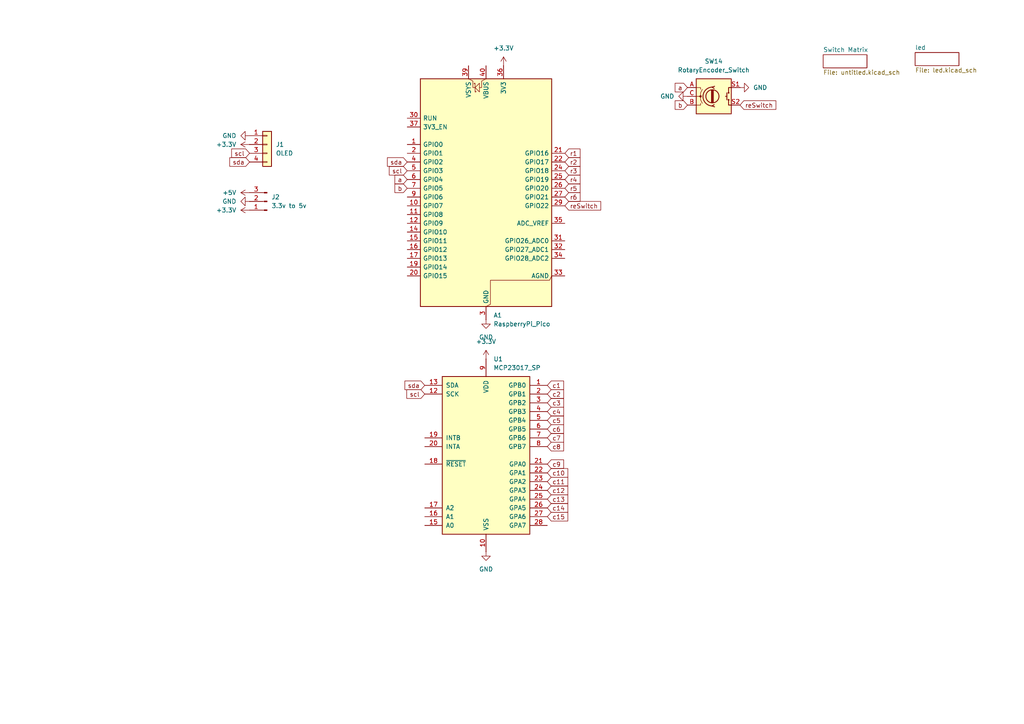
<source format=kicad_sch>
(kicad_sch
	(version 20250114)
	(generator "eeschema")
	(generator_version "9.0")
	(uuid "a54a441d-cd73-46f4-af26-0640fe758154")
	(paper "A4")
	(lib_symbols
		(symbol "Connector:Conn_01x03_Pin"
			(pin_names
				(offset 1.016)
				(hide yes)
			)
			(exclude_from_sim no)
			(in_bom yes)
			(on_board yes)
			(property "Reference" "J"
				(at 0 5.08 0)
				(effects
					(font
						(size 1.27 1.27)
					)
				)
			)
			(property "Value" "Conn_01x03_Pin"
				(at 0 -5.08 0)
				(effects
					(font
						(size 1.27 1.27)
					)
				)
			)
			(property "Footprint" ""
				(at 0 0 0)
				(effects
					(font
						(size 1.27 1.27)
					)
					(hide yes)
				)
			)
			(property "Datasheet" "~"
				(at 0 0 0)
				(effects
					(font
						(size 1.27 1.27)
					)
					(hide yes)
				)
			)
			(property "Description" "Generic connector, single row, 01x03, script generated"
				(at 0 0 0)
				(effects
					(font
						(size 1.27 1.27)
					)
					(hide yes)
				)
			)
			(property "ki_locked" ""
				(at 0 0 0)
				(effects
					(font
						(size 1.27 1.27)
					)
				)
			)
			(property "ki_keywords" "connector"
				(at 0 0 0)
				(effects
					(font
						(size 1.27 1.27)
					)
					(hide yes)
				)
			)
			(property "ki_fp_filters" "Connector*:*_1x??_*"
				(at 0 0 0)
				(effects
					(font
						(size 1.27 1.27)
					)
					(hide yes)
				)
			)
			(symbol "Conn_01x03_Pin_1_1"
				(rectangle
					(start 0.8636 2.667)
					(end 0 2.413)
					(stroke
						(width 0.1524)
						(type default)
					)
					(fill
						(type outline)
					)
				)
				(rectangle
					(start 0.8636 0.127)
					(end 0 -0.127)
					(stroke
						(width 0.1524)
						(type default)
					)
					(fill
						(type outline)
					)
				)
				(rectangle
					(start 0.8636 -2.413)
					(end 0 -2.667)
					(stroke
						(width 0.1524)
						(type default)
					)
					(fill
						(type outline)
					)
				)
				(polyline
					(pts
						(xy 1.27 2.54) (xy 0.8636 2.54)
					)
					(stroke
						(width 0.1524)
						(type default)
					)
					(fill
						(type none)
					)
				)
				(polyline
					(pts
						(xy 1.27 0) (xy 0.8636 0)
					)
					(stroke
						(width 0.1524)
						(type default)
					)
					(fill
						(type none)
					)
				)
				(polyline
					(pts
						(xy 1.27 -2.54) (xy 0.8636 -2.54)
					)
					(stroke
						(width 0.1524)
						(type default)
					)
					(fill
						(type none)
					)
				)
				(pin passive line
					(at 5.08 2.54 180)
					(length 3.81)
					(name "Pin_1"
						(effects
							(font
								(size 1.27 1.27)
							)
						)
					)
					(number "1"
						(effects
							(font
								(size 1.27 1.27)
							)
						)
					)
				)
				(pin passive line
					(at 5.08 0 180)
					(length 3.81)
					(name "Pin_2"
						(effects
							(font
								(size 1.27 1.27)
							)
						)
					)
					(number "2"
						(effects
							(font
								(size 1.27 1.27)
							)
						)
					)
				)
				(pin passive line
					(at 5.08 -2.54 180)
					(length 3.81)
					(name "Pin_3"
						(effects
							(font
								(size 1.27 1.27)
							)
						)
					)
					(number "3"
						(effects
							(font
								(size 1.27 1.27)
							)
						)
					)
				)
			)
			(embedded_fonts no)
		)
		(symbol "Connector_Generic:Conn_01x04"
			(pin_names
				(offset 1.016)
				(hide yes)
			)
			(exclude_from_sim no)
			(in_bom yes)
			(on_board yes)
			(property "Reference" "J"
				(at 0 5.08 0)
				(effects
					(font
						(size 1.27 1.27)
					)
				)
			)
			(property "Value" "Conn_01x04"
				(at 0 -7.62 0)
				(effects
					(font
						(size 1.27 1.27)
					)
				)
			)
			(property "Footprint" ""
				(at 0 0 0)
				(effects
					(font
						(size 1.27 1.27)
					)
					(hide yes)
				)
			)
			(property "Datasheet" "~"
				(at 0 0 0)
				(effects
					(font
						(size 1.27 1.27)
					)
					(hide yes)
				)
			)
			(property "Description" "Generic connector, single row, 01x04, script generated (kicad-library-utils/schlib/autogen/connector/)"
				(at 0 0 0)
				(effects
					(font
						(size 1.27 1.27)
					)
					(hide yes)
				)
			)
			(property "ki_keywords" "connector"
				(at 0 0 0)
				(effects
					(font
						(size 1.27 1.27)
					)
					(hide yes)
				)
			)
			(property "ki_fp_filters" "Connector*:*_1x??_*"
				(at 0 0 0)
				(effects
					(font
						(size 1.27 1.27)
					)
					(hide yes)
				)
			)
			(symbol "Conn_01x04_1_1"
				(rectangle
					(start -1.27 3.81)
					(end 1.27 -6.35)
					(stroke
						(width 0.254)
						(type default)
					)
					(fill
						(type background)
					)
				)
				(rectangle
					(start -1.27 2.667)
					(end 0 2.413)
					(stroke
						(width 0.1524)
						(type default)
					)
					(fill
						(type none)
					)
				)
				(rectangle
					(start -1.27 0.127)
					(end 0 -0.127)
					(stroke
						(width 0.1524)
						(type default)
					)
					(fill
						(type none)
					)
				)
				(rectangle
					(start -1.27 -2.413)
					(end 0 -2.667)
					(stroke
						(width 0.1524)
						(type default)
					)
					(fill
						(type none)
					)
				)
				(rectangle
					(start -1.27 -4.953)
					(end 0 -5.207)
					(stroke
						(width 0.1524)
						(type default)
					)
					(fill
						(type none)
					)
				)
				(pin passive line
					(at -5.08 2.54 0)
					(length 3.81)
					(name "Pin_1"
						(effects
							(font
								(size 1.27 1.27)
							)
						)
					)
					(number "1"
						(effects
							(font
								(size 1.27 1.27)
							)
						)
					)
				)
				(pin passive line
					(at -5.08 0 0)
					(length 3.81)
					(name "Pin_2"
						(effects
							(font
								(size 1.27 1.27)
							)
						)
					)
					(number "2"
						(effects
							(font
								(size 1.27 1.27)
							)
						)
					)
				)
				(pin passive line
					(at -5.08 -2.54 0)
					(length 3.81)
					(name "Pin_3"
						(effects
							(font
								(size 1.27 1.27)
							)
						)
					)
					(number "3"
						(effects
							(font
								(size 1.27 1.27)
							)
						)
					)
				)
				(pin passive line
					(at -5.08 -5.08 0)
					(length 3.81)
					(name "Pin_4"
						(effects
							(font
								(size 1.27 1.27)
							)
						)
					)
					(number "4"
						(effects
							(font
								(size 1.27 1.27)
							)
						)
					)
				)
			)
			(embedded_fonts no)
		)
		(symbol "Device:RotaryEncoder_Switch"
			(pin_names
				(offset 0.254)
				(hide yes)
			)
			(exclude_from_sim no)
			(in_bom yes)
			(on_board yes)
			(property "Reference" "SW"
				(at 0 6.604 0)
				(effects
					(font
						(size 1.27 1.27)
					)
				)
			)
			(property "Value" "RotaryEncoder_Switch"
				(at 0 -6.604 0)
				(effects
					(font
						(size 1.27 1.27)
					)
				)
			)
			(property "Footprint" ""
				(at -3.81 4.064 0)
				(effects
					(font
						(size 1.27 1.27)
					)
					(hide yes)
				)
			)
			(property "Datasheet" "~"
				(at 0 6.604 0)
				(effects
					(font
						(size 1.27 1.27)
					)
					(hide yes)
				)
			)
			(property "Description" "Rotary encoder, dual channel, incremental quadrate outputs, with switch"
				(at 0 0 0)
				(effects
					(font
						(size 1.27 1.27)
					)
					(hide yes)
				)
			)
			(property "ki_keywords" "rotary switch encoder switch push button"
				(at 0 0 0)
				(effects
					(font
						(size 1.27 1.27)
					)
					(hide yes)
				)
			)
			(property "ki_fp_filters" "RotaryEncoder*Switch*"
				(at 0 0 0)
				(effects
					(font
						(size 1.27 1.27)
					)
					(hide yes)
				)
			)
			(symbol "RotaryEncoder_Switch_0_1"
				(rectangle
					(start -5.08 5.08)
					(end 5.08 -5.08)
					(stroke
						(width 0.254)
						(type default)
					)
					(fill
						(type background)
					)
				)
				(polyline
					(pts
						(xy -5.08 2.54) (xy -3.81 2.54) (xy -3.81 2.032)
					)
					(stroke
						(width 0)
						(type default)
					)
					(fill
						(type none)
					)
				)
				(polyline
					(pts
						(xy -5.08 0) (xy -3.81 0) (xy -3.81 -1.016) (xy -3.302 -2.032)
					)
					(stroke
						(width 0)
						(type default)
					)
					(fill
						(type none)
					)
				)
				(polyline
					(pts
						(xy -5.08 -2.54) (xy -3.81 -2.54) (xy -3.81 -2.032)
					)
					(stroke
						(width 0)
						(type default)
					)
					(fill
						(type none)
					)
				)
				(polyline
					(pts
						(xy -4.318 0) (xy -3.81 0) (xy -3.81 1.016) (xy -3.302 2.032)
					)
					(stroke
						(width 0)
						(type default)
					)
					(fill
						(type none)
					)
				)
				(circle
					(center -3.81 0)
					(radius 0.254)
					(stroke
						(width 0)
						(type default)
					)
					(fill
						(type outline)
					)
				)
				(polyline
					(pts
						(xy -0.635 -1.778) (xy -0.635 1.778)
					)
					(stroke
						(width 0.254)
						(type default)
					)
					(fill
						(type none)
					)
				)
				(circle
					(center -0.381 0)
					(radius 1.905)
					(stroke
						(width 0.254)
						(type default)
					)
					(fill
						(type none)
					)
				)
				(polyline
					(pts
						(xy -0.381 -1.778) (xy -0.381 1.778)
					)
					(stroke
						(width 0.254)
						(type default)
					)
					(fill
						(type none)
					)
				)
				(arc
					(start -0.381 -2.794)
					(mid -3.0988 -0.0635)
					(end -0.381 2.667)
					(stroke
						(width 0.254)
						(type default)
					)
					(fill
						(type none)
					)
				)
				(polyline
					(pts
						(xy -0.127 1.778) (xy -0.127 -1.778)
					)
					(stroke
						(width 0.254)
						(type default)
					)
					(fill
						(type none)
					)
				)
				(polyline
					(pts
						(xy 0.254 2.921) (xy -0.508 2.667) (xy 0.127 2.286)
					)
					(stroke
						(width 0.254)
						(type default)
					)
					(fill
						(type none)
					)
				)
				(polyline
					(pts
						(xy 0.254 -3.048) (xy -0.508 -2.794) (xy 0.127 -2.413)
					)
					(stroke
						(width 0.254)
						(type default)
					)
					(fill
						(type none)
					)
				)
				(polyline
					(pts
						(xy 3.81 1.016) (xy 3.81 -1.016)
					)
					(stroke
						(width 0.254)
						(type default)
					)
					(fill
						(type none)
					)
				)
				(polyline
					(pts
						(xy 3.81 0) (xy 3.429 0)
					)
					(stroke
						(width 0.254)
						(type default)
					)
					(fill
						(type none)
					)
				)
				(circle
					(center 4.318 1.016)
					(radius 0.127)
					(stroke
						(width 0.254)
						(type default)
					)
					(fill
						(type none)
					)
				)
				(circle
					(center 4.318 -1.016)
					(radius 0.127)
					(stroke
						(width 0.254)
						(type default)
					)
					(fill
						(type none)
					)
				)
				(polyline
					(pts
						(xy 5.08 2.54) (xy 4.318 2.54) (xy 4.318 1.016)
					)
					(stroke
						(width 0.254)
						(type default)
					)
					(fill
						(type none)
					)
				)
				(polyline
					(pts
						(xy 5.08 -2.54) (xy 4.318 -2.54) (xy 4.318 -1.016)
					)
					(stroke
						(width 0.254)
						(type default)
					)
					(fill
						(type none)
					)
				)
			)
			(symbol "RotaryEncoder_Switch_1_1"
				(pin passive line
					(at -7.62 2.54 0)
					(length 2.54)
					(name "A"
						(effects
							(font
								(size 1.27 1.27)
							)
						)
					)
					(number "A"
						(effects
							(font
								(size 1.27 1.27)
							)
						)
					)
				)
				(pin passive line
					(at -7.62 0 0)
					(length 2.54)
					(name "C"
						(effects
							(font
								(size 1.27 1.27)
							)
						)
					)
					(number "C"
						(effects
							(font
								(size 1.27 1.27)
							)
						)
					)
				)
				(pin passive line
					(at -7.62 -2.54 0)
					(length 2.54)
					(name "B"
						(effects
							(font
								(size 1.27 1.27)
							)
						)
					)
					(number "B"
						(effects
							(font
								(size 1.27 1.27)
							)
						)
					)
				)
				(pin passive line
					(at 7.62 2.54 180)
					(length 2.54)
					(name "S1"
						(effects
							(font
								(size 1.27 1.27)
							)
						)
					)
					(number "S1"
						(effects
							(font
								(size 1.27 1.27)
							)
						)
					)
				)
				(pin passive line
					(at 7.62 -2.54 180)
					(length 2.54)
					(name "S2"
						(effects
							(font
								(size 1.27 1.27)
							)
						)
					)
					(number "S2"
						(effects
							(font
								(size 1.27 1.27)
							)
						)
					)
				)
			)
			(embedded_fonts no)
		)
		(symbol "Interface_Expansion:MCP23017_SP"
			(pin_names
				(offset 1.016)
			)
			(exclude_from_sim no)
			(in_bom yes)
			(on_board yes)
			(property "Reference" "U"
				(at -11.43 24.13 0)
				(effects
					(font
						(size 1.27 1.27)
					)
				)
			)
			(property "Value" "MCP23017_SP"
				(at 0 0 0)
				(effects
					(font
						(size 1.27 1.27)
					)
				)
			)
			(property "Footprint" "Package_DIP:DIP-28_W7.62mm"
				(at 5.08 -25.4 0)
				(effects
					(font
						(size 1.27 1.27)
					)
					(justify left)
					(hide yes)
				)
			)
			(property "Datasheet" "https://ww1.microchip.com/downloads/aemDocuments/documents/APID/ProductDocuments/DataSheets/MCP23017-Data-Sheet-DS20001952.pdf"
				(at 5.08 -27.94 0)
				(effects
					(font
						(size 1.27 1.27)
					)
					(justify left)
					(hide yes)
				)
			)
			(property "Description" "16-bit I/O expander, I2C, interrupts, w pull-ups, SPDIP-28"
				(at 0 0 0)
				(effects
					(font
						(size 1.27 1.27)
					)
					(hide yes)
				)
			)
			(property "ki_keywords" "I2C parallel port expander"
				(at 0 0 0)
				(effects
					(font
						(size 1.27 1.27)
					)
					(hide yes)
				)
			)
			(property "ki_fp_filters" "DIP*W7.62mm*"
				(at 0 0 0)
				(effects
					(font
						(size 1.27 1.27)
					)
					(hide yes)
				)
			)
			(symbol "MCP23017_SP_0_1"
				(rectangle
					(start -12.7 22.86)
					(end 12.7 -22.86)
					(stroke
						(width 0.254)
						(type default)
					)
					(fill
						(type background)
					)
				)
			)
			(symbol "MCP23017_SP_1_1"
				(pin bidirectional line
					(at -17.78 20.32 0)
					(length 5.08)
					(name "SDA"
						(effects
							(font
								(size 1.27 1.27)
							)
						)
					)
					(number "13"
						(effects
							(font
								(size 1.27 1.27)
							)
						)
					)
				)
				(pin input line
					(at -17.78 17.78 0)
					(length 5.08)
					(name "SCK"
						(effects
							(font
								(size 1.27 1.27)
							)
						)
					)
					(number "12"
						(effects
							(font
								(size 1.27 1.27)
							)
						)
					)
				)
				(pin tri_state line
					(at -17.78 5.08 0)
					(length 5.08)
					(name "INTB"
						(effects
							(font
								(size 1.27 1.27)
							)
						)
					)
					(number "19"
						(effects
							(font
								(size 1.27 1.27)
							)
						)
					)
				)
				(pin tri_state line
					(at -17.78 2.54 0)
					(length 5.08)
					(name "INTA"
						(effects
							(font
								(size 1.27 1.27)
							)
						)
					)
					(number "20"
						(effects
							(font
								(size 1.27 1.27)
							)
						)
					)
				)
				(pin input line
					(at -17.78 -2.54 0)
					(length 5.08)
					(name "~{RESET}"
						(effects
							(font
								(size 1.27 1.27)
							)
						)
					)
					(number "18"
						(effects
							(font
								(size 1.27 1.27)
							)
						)
					)
				)
				(pin input line
					(at -17.78 -15.24 0)
					(length 5.08)
					(name "A2"
						(effects
							(font
								(size 1.27 1.27)
							)
						)
					)
					(number "17"
						(effects
							(font
								(size 1.27 1.27)
							)
						)
					)
				)
				(pin input line
					(at -17.78 -17.78 0)
					(length 5.08)
					(name "A1"
						(effects
							(font
								(size 1.27 1.27)
							)
						)
					)
					(number "16"
						(effects
							(font
								(size 1.27 1.27)
							)
						)
					)
				)
				(pin input line
					(at -17.78 -20.32 0)
					(length 5.08)
					(name "A0"
						(effects
							(font
								(size 1.27 1.27)
							)
						)
					)
					(number "15"
						(effects
							(font
								(size 1.27 1.27)
							)
						)
					)
				)
				(pin no_connect line
					(at -12.7 15.24 0)
					(length 5.08)
					(hide yes)
					(name "NC"
						(effects
							(font
								(size 1.27 1.27)
							)
						)
					)
					(number "11"
						(effects
							(font
								(size 1.27 1.27)
							)
						)
					)
				)
				(pin no_connect line
					(at -12.7 12.7 0)
					(length 5.08)
					(hide yes)
					(name "NC"
						(effects
							(font
								(size 1.27 1.27)
							)
						)
					)
					(number "14"
						(effects
							(font
								(size 1.27 1.27)
							)
						)
					)
				)
				(pin power_in line
					(at 0 27.94 270)
					(length 5.08)
					(name "VDD"
						(effects
							(font
								(size 1.27 1.27)
							)
						)
					)
					(number "9"
						(effects
							(font
								(size 1.27 1.27)
							)
						)
					)
				)
				(pin power_in line
					(at 0 -27.94 90)
					(length 5.08)
					(name "VSS"
						(effects
							(font
								(size 1.27 1.27)
							)
						)
					)
					(number "10"
						(effects
							(font
								(size 1.27 1.27)
							)
						)
					)
				)
				(pin bidirectional line
					(at 17.78 20.32 180)
					(length 5.08)
					(name "GPB0"
						(effects
							(font
								(size 1.27 1.27)
							)
						)
					)
					(number "1"
						(effects
							(font
								(size 1.27 1.27)
							)
						)
					)
				)
				(pin bidirectional line
					(at 17.78 17.78 180)
					(length 5.08)
					(name "GPB1"
						(effects
							(font
								(size 1.27 1.27)
							)
						)
					)
					(number "2"
						(effects
							(font
								(size 1.27 1.27)
							)
						)
					)
				)
				(pin bidirectional line
					(at 17.78 15.24 180)
					(length 5.08)
					(name "GPB2"
						(effects
							(font
								(size 1.27 1.27)
							)
						)
					)
					(number "3"
						(effects
							(font
								(size 1.27 1.27)
							)
						)
					)
				)
				(pin bidirectional line
					(at 17.78 12.7 180)
					(length 5.08)
					(name "GPB3"
						(effects
							(font
								(size 1.27 1.27)
							)
						)
					)
					(number "4"
						(effects
							(font
								(size 1.27 1.27)
							)
						)
					)
				)
				(pin bidirectional line
					(at 17.78 10.16 180)
					(length 5.08)
					(name "GPB4"
						(effects
							(font
								(size 1.27 1.27)
							)
						)
					)
					(number "5"
						(effects
							(font
								(size 1.27 1.27)
							)
						)
					)
				)
				(pin bidirectional line
					(at 17.78 7.62 180)
					(length 5.08)
					(name "GPB5"
						(effects
							(font
								(size 1.27 1.27)
							)
						)
					)
					(number "6"
						(effects
							(font
								(size 1.27 1.27)
							)
						)
					)
				)
				(pin bidirectional line
					(at 17.78 5.08 180)
					(length 5.08)
					(name "GPB6"
						(effects
							(font
								(size 1.27 1.27)
							)
						)
					)
					(number "7"
						(effects
							(font
								(size 1.27 1.27)
							)
						)
					)
				)
				(pin output line
					(at 17.78 2.54 180)
					(length 5.08)
					(name "GPB7"
						(effects
							(font
								(size 1.27 1.27)
							)
						)
					)
					(number "8"
						(effects
							(font
								(size 1.27 1.27)
							)
						)
					)
				)
				(pin bidirectional line
					(at 17.78 -2.54 180)
					(length 5.08)
					(name "GPA0"
						(effects
							(font
								(size 1.27 1.27)
							)
						)
					)
					(number "21"
						(effects
							(font
								(size 1.27 1.27)
							)
						)
					)
				)
				(pin bidirectional line
					(at 17.78 -5.08 180)
					(length 5.08)
					(name "GPA1"
						(effects
							(font
								(size 1.27 1.27)
							)
						)
					)
					(number "22"
						(effects
							(font
								(size 1.27 1.27)
							)
						)
					)
				)
				(pin bidirectional line
					(at 17.78 -7.62 180)
					(length 5.08)
					(name "GPA2"
						(effects
							(font
								(size 1.27 1.27)
							)
						)
					)
					(number "23"
						(effects
							(font
								(size 1.27 1.27)
							)
						)
					)
				)
				(pin bidirectional line
					(at 17.78 -10.16 180)
					(length 5.08)
					(name "GPA3"
						(effects
							(font
								(size 1.27 1.27)
							)
						)
					)
					(number "24"
						(effects
							(font
								(size 1.27 1.27)
							)
						)
					)
				)
				(pin bidirectional line
					(at 17.78 -12.7 180)
					(length 5.08)
					(name "GPA4"
						(effects
							(font
								(size 1.27 1.27)
							)
						)
					)
					(number "25"
						(effects
							(font
								(size 1.27 1.27)
							)
						)
					)
				)
				(pin bidirectional line
					(at 17.78 -15.24 180)
					(length 5.08)
					(name "GPA5"
						(effects
							(font
								(size 1.27 1.27)
							)
						)
					)
					(number "26"
						(effects
							(font
								(size 1.27 1.27)
							)
						)
					)
				)
				(pin bidirectional line
					(at 17.78 -17.78 180)
					(length 5.08)
					(name "GPA6"
						(effects
							(font
								(size 1.27 1.27)
							)
						)
					)
					(number "27"
						(effects
							(font
								(size 1.27 1.27)
							)
						)
					)
				)
				(pin output line
					(at 17.78 -20.32 180)
					(length 5.08)
					(name "GPA7"
						(effects
							(font
								(size 1.27 1.27)
							)
						)
					)
					(number "28"
						(effects
							(font
								(size 1.27 1.27)
							)
						)
					)
				)
			)
			(embedded_fonts no)
		)
		(symbol "MCU_Module:RaspberryPi_Pico"
			(pin_names
				(offset 0.762)
			)
			(exclude_from_sim no)
			(in_bom yes)
			(on_board yes)
			(property "Reference" "A"
				(at -19.05 35.56 0)
				(effects
					(font
						(size 1.27 1.27)
					)
					(justify left)
				)
			)
			(property "Value" "RaspberryPi_Pico"
				(at 7.62 35.56 0)
				(effects
					(font
						(size 1.27 1.27)
					)
					(justify left)
				)
			)
			(property "Footprint" "Module:RaspberryPi_Pico_Common_Unspecified"
				(at 0 -46.99 0)
				(effects
					(font
						(size 1.27 1.27)
					)
					(hide yes)
				)
			)
			(property "Datasheet" "https://datasheets.raspberrypi.com/pico/pico-datasheet.pdf"
				(at 0 -49.53 0)
				(effects
					(font
						(size 1.27 1.27)
					)
					(hide yes)
				)
			)
			(property "Description" "Versatile and inexpensive microcontroller module powered by RP2040 dual-core Arm Cortex-M0+ processor up to 133 MHz, 264kB SRAM, 2MB QSPI flash; also supports Raspberry Pi Pico 2"
				(at 0 -52.07 0)
				(effects
					(font
						(size 1.27 1.27)
					)
					(hide yes)
				)
			)
			(property "ki_keywords" "RP2350A M33 RISC-V Hazard3 usb"
				(at 0 0 0)
				(effects
					(font
						(size 1.27 1.27)
					)
					(hide yes)
				)
			)
			(property "ki_fp_filters" "RaspberryPi?Pico?Common* RaspberryPi?Pico?SMD*"
				(at 0 0 0)
				(effects
					(font
						(size 1.27 1.27)
					)
					(hide yes)
				)
			)
			(symbol "RaspberryPi_Pico_0_1"
				(rectangle
					(start -19.05 34.29)
					(end 19.05 -31.75)
					(stroke
						(width 0.254)
						(type default)
					)
					(fill
						(type background)
					)
				)
				(polyline
					(pts
						(xy -5.08 34.29) (xy -3.81 33.655) (xy -3.81 31.75) (xy -3.175 31.75)
					)
					(stroke
						(width 0)
						(type default)
					)
					(fill
						(type none)
					)
				)
				(polyline
					(pts
						(xy -3.429 32.766) (xy -3.429 33.02) (xy -3.175 33.02) (xy -3.175 30.48) (xy -2.921 30.48) (xy -2.921 30.734)
					)
					(stroke
						(width 0)
						(type default)
					)
					(fill
						(type none)
					)
				)
				(polyline
					(pts
						(xy -3.175 31.75) (xy -1.905 33.02) (xy -1.905 30.48) (xy -3.175 31.75)
					)
					(stroke
						(width 0)
						(type default)
					)
					(fill
						(type none)
					)
				)
				(polyline
					(pts
						(xy 0 34.29) (xy -1.27 33.655) (xy -1.27 31.75) (xy -1.905 31.75)
					)
					(stroke
						(width 0)
						(type default)
					)
					(fill
						(type none)
					)
				)
				(polyline
					(pts
						(xy 0 -31.75) (xy 1.27 -31.115) (xy 1.27 -24.13) (xy 18.415 -24.13) (xy 19.05 -22.86)
					)
					(stroke
						(width 0)
						(type default)
					)
					(fill
						(type none)
					)
				)
			)
			(symbol "RaspberryPi_Pico_1_1"
				(pin passive line
					(at -22.86 22.86 0)
					(length 3.81)
					(name "RUN"
						(effects
							(font
								(size 1.27 1.27)
							)
						)
					)
					(number "30"
						(effects
							(font
								(size 1.27 1.27)
							)
						)
					)
					(alternate "~{RESET}" passive line)
				)
				(pin passive line
					(at -22.86 20.32 0)
					(length 3.81)
					(name "3V3_EN"
						(effects
							(font
								(size 1.27 1.27)
							)
						)
					)
					(number "37"
						(effects
							(font
								(size 1.27 1.27)
							)
						)
					)
					(alternate "~{3V3_DISABLE}" passive line)
				)
				(pin bidirectional line
					(at -22.86 15.24 0)
					(length 3.81)
					(name "GPIO0"
						(effects
							(font
								(size 1.27 1.27)
							)
						)
					)
					(number "1"
						(effects
							(font
								(size 1.27 1.27)
							)
						)
					)
					(alternate "I2C0_SDA" bidirectional line)
					(alternate "PWM0_A" output line)
					(alternate "SPI0_RX" input line)
					(alternate "UART0_TX" output line)
					(alternate "USB_OVCUR_DET" input line)
				)
				(pin bidirectional line
					(at -22.86 12.7 0)
					(length 3.81)
					(name "GPIO1"
						(effects
							(font
								(size 1.27 1.27)
							)
						)
					)
					(number "2"
						(effects
							(font
								(size 1.27 1.27)
							)
						)
					)
					(alternate "I2C0_SCL" bidirectional clock)
					(alternate "PWM0_B" bidirectional line)
					(alternate "UART0_RX" input line)
					(alternate "USB_VBUS_DET" passive line)
					(alternate "~{SPI0_CSn}" bidirectional line)
				)
				(pin bidirectional line
					(at -22.86 10.16 0)
					(length 3.81)
					(name "GPIO2"
						(effects
							(font
								(size 1.27 1.27)
							)
						)
					)
					(number "4"
						(effects
							(font
								(size 1.27 1.27)
							)
						)
					)
					(alternate "I2C1_SDA" bidirectional line)
					(alternate "PWM1_A" output line)
					(alternate "SPI0_SCK" bidirectional clock)
					(alternate "UART0_CTS" input line)
					(alternate "USB_VBUS_EN" output line)
				)
				(pin bidirectional line
					(at -22.86 7.62 0)
					(length 3.81)
					(name "GPIO3"
						(effects
							(font
								(size 1.27 1.27)
							)
						)
					)
					(number "5"
						(effects
							(font
								(size 1.27 1.27)
							)
						)
					)
					(alternate "I2C1_SCL" bidirectional clock)
					(alternate "PWM1_B" bidirectional line)
					(alternate "SPI0_TX" output line)
					(alternate "UART0_RTS" output line)
					(alternate "USB_OVCUR_DET" input line)
				)
				(pin bidirectional line
					(at -22.86 5.08 0)
					(length 3.81)
					(name "GPIO4"
						(effects
							(font
								(size 1.27 1.27)
							)
						)
					)
					(number "6"
						(effects
							(font
								(size 1.27 1.27)
							)
						)
					)
					(alternate "I2C0_SDA" bidirectional line)
					(alternate "PWM2_A" output line)
					(alternate "SPI0_RX" input line)
					(alternate "UART1_TX" output line)
					(alternate "USB_VBUS_DET" input line)
				)
				(pin bidirectional line
					(at -22.86 2.54 0)
					(length 3.81)
					(name "GPIO5"
						(effects
							(font
								(size 1.27 1.27)
							)
						)
					)
					(number "7"
						(effects
							(font
								(size 1.27 1.27)
							)
						)
					)
					(alternate "I2C0_SCL" bidirectional clock)
					(alternate "PWM2_B" bidirectional line)
					(alternate "UART1_RX" input line)
					(alternate "USB_VBUS_EN" output line)
					(alternate "~{SPI0_CSn}" bidirectional line)
				)
				(pin bidirectional line
					(at -22.86 0 0)
					(length 3.81)
					(name "GPIO6"
						(effects
							(font
								(size 1.27 1.27)
							)
						)
					)
					(number "9"
						(effects
							(font
								(size 1.27 1.27)
							)
						)
					)
					(alternate "I2C1_SDA" bidirectional line)
					(alternate "PWM3_A" output line)
					(alternate "SPI0_SCK" bidirectional clock)
					(alternate "UART1_CTS" input line)
					(alternate "USB_OVCUR_DET" input line)
				)
				(pin bidirectional line
					(at -22.86 -2.54 0)
					(length 3.81)
					(name "GPIO7"
						(effects
							(font
								(size 1.27 1.27)
							)
						)
					)
					(number "10"
						(effects
							(font
								(size 1.27 1.27)
							)
						)
					)
					(alternate "I2C1_SCL" bidirectional clock)
					(alternate "PWM3_B" bidirectional line)
					(alternate "SPI0_TX" output line)
					(alternate "UART1_RTS" output line)
					(alternate "USB_VBUS_DET" input line)
				)
				(pin bidirectional line
					(at -22.86 -5.08 0)
					(length 3.81)
					(name "GPIO8"
						(effects
							(font
								(size 1.27 1.27)
							)
						)
					)
					(number "11"
						(effects
							(font
								(size 1.27 1.27)
							)
						)
					)
					(alternate "I2C0_SDA" bidirectional line)
					(alternate "PWM4_A" output line)
					(alternate "SPI1_RX" input line)
					(alternate "UART1_TX" output line)
					(alternate "USB_VBUS_EN" output line)
				)
				(pin bidirectional line
					(at -22.86 -7.62 0)
					(length 3.81)
					(name "GPIO9"
						(effects
							(font
								(size 1.27 1.27)
							)
						)
					)
					(number "12"
						(effects
							(font
								(size 1.27 1.27)
							)
						)
					)
					(alternate "I2C0_SCL" bidirectional clock)
					(alternate "PWM4_B" bidirectional line)
					(alternate "UART1_RX" input line)
					(alternate "USB_OVCUR_DET" input line)
					(alternate "~{SPI1_CSn}" bidirectional line)
				)
				(pin bidirectional line
					(at -22.86 -10.16 0)
					(length 3.81)
					(name "GPIO10"
						(effects
							(font
								(size 1.27 1.27)
							)
						)
					)
					(number "14"
						(effects
							(font
								(size 1.27 1.27)
							)
						)
					)
					(alternate "I2C1_SDA" bidirectional line)
					(alternate "PWM5_A" output line)
					(alternate "SPI1_SCK" bidirectional clock)
					(alternate "UART1_CTS" input line)
					(alternate "USB_VBUS_DET" input line)
				)
				(pin bidirectional line
					(at -22.86 -12.7 0)
					(length 3.81)
					(name "GPIO11"
						(effects
							(font
								(size 1.27 1.27)
							)
						)
					)
					(number "15"
						(effects
							(font
								(size 1.27 1.27)
							)
						)
					)
					(alternate "I2C1_SCL" bidirectional clock)
					(alternate "PWM5_B" bidirectional line)
					(alternate "SPI1_TX" output line)
					(alternate "UART1_RTS" output line)
					(alternate "USB_VBUS_EN" output line)
				)
				(pin bidirectional line
					(at -22.86 -15.24 0)
					(length 3.81)
					(name "GPIO12"
						(effects
							(font
								(size 1.27 1.27)
							)
						)
					)
					(number "16"
						(effects
							(font
								(size 1.27 1.27)
							)
						)
					)
					(alternate "I2C0_SDA" bidirectional line)
					(alternate "PWM6_A" output line)
					(alternate "SPI1_RX" input line)
					(alternate "UART0_TX" output line)
					(alternate "USB_OVCUR_DET" input line)
				)
				(pin bidirectional line
					(at -22.86 -17.78 0)
					(length 3.81)
					(name "GPIO13"
						(effects
							(font
								(size 1.27 1.27)
							)
						)
					)
					(number "17"
						(effects
							(font
								(size 1.27 1.27)
							)
						)
					)
					(alternate "I2C0_SCL" bidirectional clock)
					(alternate "PWM6_B" bidirectional line)
					(alternate "UART0_RX" input line)
					(alternate "USB_VBUS_DET" input line)
					(alternate "~{SPI1_CSn}" bidirectional line)
				)
				(pin bidirectional line
					(at -22.86 -20.32 0)
					(length 3.81)
					(name "GPIO14"
						(effects
							(font
								(size 1.27 1.27)
							)
						)
					)
					(number "19"
						(effects
							(font
								(size 1.27 1.27)
							)
						)
					)
					(alternate "I2C1_SDA" bidirectional line)
					(alternate "PWM7_A" output line)
					(alternate "SPI1_SCK" bidirectional clock)
					(alternate "UART0_CTS" input line)
					(alternate "USB_VBUS_EN" output line)
				)
				(pin bidirectional line
					(at -22.86 -22.86 0)
					(length 3.81)
					(name "GPIO15"
						(effects
							(font
								(size 1.27 1.27)
							)
						)
					)
					(number "20"
						(effects
							(font
								(size 1.27 1.27)
							)
						)
					)
					(alternate "I2C1_SCL" bidirectional clock)
					(alternate "PWM7_B" bidirectional line)
					(alternate "SPI1_TX" output line)
					(alternate "UART0_RTS" output line)
					(alternate "USB_OVCUR_DET" input line)
				)
				(pin power_in line
					(at -5.08 38.1 270)
					(length 3.81)
					(name "VSYS"
						(effects
							(font
								(size 1.27 1.27)
							)
						)
					)
					(number "39"
						(effects
							(font
								(size 1.27 1.27)
							)
						)
					)
					(alternate "VSYS_OUT" power_out line)
				)
				(pin power_out line
					(at 0 38.1 270)
					(length 3.81)
					(name "VBUS"
						(effects
							(font
								(size 1.27 1.27)
							)
						)
					)
					(number "40"
						(effects
							(font
								(size 1.27 1.27)
							)
						)
					)
					(alternate "VBUS_IN" power_in line)
				)
				(pin passive line
					(at 0 -35.56 90)
					(length 3.81)
					(hide yes)
					(name "GND"
						(effects
							(font
								(size 1.27 1.27)
							)
						)
					)
					(number "13"
						(effects
							(font
								(size 1.27 1.27)
							)
						)
					)
				)
				(pin passive line
					(at 0 -35.56 90)
					(length 3.81)
					(hide yes)
					(name "GND"
						(effects
							(font
								(size 1.27 1.27)
							)
						)
					)
					(number "18"
						(effects
							(font
								(size 1.27 1.27)
							)
						)
					)
				)
				(pin passive line
					(at 0 -35.56 90)
					(length 3.81)
					(hide yes)
					(name "GND"
						(effects
							(font
								(size 1.27 1.27)
							)
						)
					)
					(number "23"
						(effects
							(font
								(size 1.27 1.27)
							)
						)
					)
				)
				(pin passive line
					(at 0 -35.56 90)
					(length 3.81)
					(hide yes)
					(name "GND"
						(effects
							(font
								(size 1.27 1.27)
							)
						)
					)
					(number "28"
						(effects
							(font
								(size 1.27 1.27)
							)
						)
					)
				)
				(pin power_out line
					(at 0 -35.56 90)
					(length 3.81)
					(name "GND"
						(effects
							(font
								(size 1.27 1.27)
							)
						)
					)
					(number "3"
						(effects
							(font
								(size 1.27 1.27)
							)
						)
					)
					(alternate "GND_IN" power_in line)
				)
				(pin passive line
					(at 0 -35.56 90)
					(length 3.81)
					(hide yes)
					(name "GND"
						(effects
							(font
								(size 1.27 1.27)
							)
						)
					)
					(number "38"
						(effects
							(font
								(size 1.27 1.27)
							)
						)
					)
				)
				(pin passive line
					(at 0 -35.56 90)
					(length 3.81)
					(hide yes)
					(name "GND"
						(effects
							(font
								(size 1.27 1.27)
							)
						)
					)
					(number "8"
						(effects
							(font
								(size 1.27 1.27)
							)
						)
					)
				)
				(pin power_out line
					(at 5.08 38.1 270)
					(length 3.81)
					(name "3V3"
						(effects
							(font
								(size 1.27 1.27)
							)
						)
					)
					(number "36"
						(effects
							(font
								(size 1.27 1.27)
							)
						)
					)
				)
				(pin bidirectional line
					(at 22.86 12.7 180)
					(length 3.81)
					(name "GPIO16"
						(effects
							(font
								(size 1.27 1.27)
							)
						)
					)
					(number "21"
						(effects
							(font
								(size 1.27 1.27)
							)
						)
					)
					(alternate "I2C0_SDA" bidirectional line)
					(alternate "PWM0_A" output line)
					(alternate "SPI0_RX" input line)
					(alternate "UART0_TX" output line)
					(alternate "USB_VBUS_DET" input line)
				)
				(pin bidirectional line
					(at 22.86 10.16 180)
					(length 3.81)
					(name "GPIO17"
						(effects
							(font
								(size 1.27 1.27)
							)
						)
					)
					(number "22"
						(effects
							(font
								(size 1.27 1.27)
							)
						)
					)
					(alternate "I2C0_SCL" bidirectional clock)
					(alternate "PWM0_B" bidirectional line)
					(alternate "UART0_RX" input line)
					(alternate "USB_VBUS_EN" output line)
					(alternate "~{SPI0_CSn}" bidirectional line)
				)
				(pin bidirectional line
					(at 22.86 7.62 180)
					(length 3.81)
					(name "GPIO18"
						(effects
							(font
								(size 1.27 1.27)
							)
						)
					)
					(number "24"
						(effects
							(font
								(size 1.27 1.27)
							)
						)
					)
					(alternate "I2C1_SDA" bidirectional line)
					(alternate "PWM1_A" output line)
					(alternate "SPI0_SCK" bidirectional clock)
					(alternate "UART0_CTS" input line)
					(alternate "USB_OVCUR_DET" input line)
				)
				(pin bidirectional line
					(at 22.86 5.08 180)
					(length 3.81)
					(name "GPIO19"
						(effects
							(font
								(size 1.27 1.27)
							)
						)
					)
					(number "25"
						(effects
							(font
								(size 1.27 1.27)
							)
						)
					)
					(alternate "I2C1_SCL" bidirectional clock)
					(alternate "PWM1_B" bidirectional line)
					(alternate "SPI0_TX" output line)
					(alternate "UART0_RTS" output line)
					(alternate "USB_VBUS_DET" input line)
				)
				(pin bidirectional line
					(at 22.86 2.54 180)
					(length 3.81)
					(name "GPIO20"
						(effects
							(font
								(size 1.27 1.27)
							)
						)
					)
					(number "26"
						(effects
							(font
								(size 1.27 1.27)
							)
						)
					)
					(alternate "CLOCK_GPIN0" input clock)
					(alternate "I2C0_SDA" bidirectional line)
					(alternate "PWM2_A" output line)
					(alternate "SPI0_RX" input line)
					(alternate "UART1_TX" output line)
					(alternate "USB_VBUS_EN" output line)
				)
				(pin bidirectional line
					(at 22.86 0 180)
					(length 3.81)
					(name "GPIO21"
						(effects
							(font
								(size 1.27 1.27)
							)
						)
					)
					(number "27"
						(effects
							(font
								(size 1.27 1.27)
							)
						)
					)
					(alternate "CLOCK_GPOUT0" output clock)
					(alternate "I2C0_SCL" bidirectional clock)
					(alternate "PWM2_B" bidirectional line)
					(alternate "UART1_RX" input line)
					(alternate "USB_OVCUR_DET" input line)
					(alternate "~{SPI0_CSn}" bidirectional line)
				)
				(pin bidirectional line
					(at 22.86 -2.54 180)
					(length 3.81)
					(name "GPIO22"
						(effects
							(font
								(size 1.27 1.27)
							)
						)
					)
					(number "29"
						(effects
							(font
								(size 1.27 1.27)
							)
						)
					)
					(alternate "CLOCK_GPIN1" input clock)
					(alternate "I2C1_SDA" bidirectional line)
					(alternate "PWM3_A" output line)
					(alternate "SPI0_SCK" bidirectional clock)
					(alternate "UART1_CTS" input line)
					(alternate "USB_VBUS_DET" input line)
				)
				(pin power_in line
					(at 22.86 -7.62 180)
					(length 3.81)
					(name "ADC_VREF"
						(effects
							(font
								(size 1.27 1.27)
							)
						)
					)
					(number "35"
						(effects
							(font
								(size 1.27 1.27)
							)
						)
					)
				)
				(pin bidirectional line
					(at 22.86 -12.7 180)
					(length 3.81)
					(name "GPIO26_ADC0"
						(effects
							(font
								(size 1.27 1.27)
							)
						)
					)
					(number "31"
						(effects
							(font
								(size 1.27 1.27)
							)
						)
					)
					(alternate "ADC0" input line)
					(alternate "GPIO26" bidirectional line)
					(alternate "I2C1_SDA" bidirectional line)
					(alternate "PWM5_A" output line)
					(alternate "SPI1_SCK" bidirectional clock)
					(alternate "UART1_CTS" input line)
					(alternate "USB_VBUS_EN" output line)
				)
				(pin bidirectional line
					(at 22.86 -15.24 180)
					(length 3.81)
					(name "GPIO27_ADC1"
						(effects
							(font
								(size 1.27 1.27)
							)
						)
					)
					(number "32"
						(effects
							(font
								(size 1.27 1.27)
							)
						)
					)
					(alternate "ADC1" input line)
					(alternate "GPIO27" bidirectional line)
					(alternate "I2C1_SCL" bidirectional clock)
					(alternate "PWM5_B" bidirectional line)
					(alternate "SPI1_TX" output line)
					(alternate "UART1_RTS" output line)
					(alternate "USB_OVCUR_DET" input line)
				)
				(pin bidirectional line
					(at 22.86 -17.78 180)
					(length 3.81)
					(name "GPIO28_ADC2"
						(effects
							(font
								(size 1.27 1.27)
							)
						)
					)
					(number "34"
						(effects
							(font
								(size 1.27 1.27)
							)
						)
					)
					(alternate "ADC2" input line)
					(alternate "GPIO28" bidirectional line)
					(alternate "I2C0_SDA" bidirectional line)
					(alternate "PWM6_A" output line)
					(alternate "SPI1_RX" input line)
					(alternate "UART0_TX" output line)
					(alternate "USB_VBUS_DET" input line)
				)
				(pin power_out line
					(at 22.86 -22.86 180)
					(length 3.81)
					(name "AGND"
						(effects
							(font
								(size 1.27 1.27)
							)
						)
					)
					(number "33"
						(effects
							(font
								(size 1.27 1.27)
							)
						)
					)
					(alternate "GND" passive line)
				)
			)
			(embedded_fonts no)
		)
		(symbol "power:+3.3V"
			(power)
			(pin_numbers
				(hide yes)
			)
			(pin_names
				(offset 0)
				(hide yes)
			)
			(exclude_from_sim no)
			(in_bom yes)
			(on_board yes)
			(property "Reference" "#PWR"
				(at 0 -3.81 0)
				(effects
					(font
						(size 1.27 1.27)
					)
					(hide yes)
				)
			)
			(property "Value" "+3.3V"
				(at 0 3.556 0)
				(effects
					(font
						(size 1.27 1.27)
					)
				)
			)
			(property "Footprint" ""
				(at 0 0 0)
				(effects
					(font
						(size 1.27 1.27)
					)
					(hide yes)
				)
			)
			(property "Datasheet" ""
				(at 0 0 0)
				(effects
					(font
						(size 1.27 1.27)
					)
					(hide yes)
				)
			)
			(property "Description" "Power symbol creates a global label with name \"+3.3V\""
				(at 0 0 0)
				(effects
					(font
						(size 1.27 1.27)
					)
					(hide yes)
				)
			)
			(property "ki_keywords" "global power"
				(at 0 0 0)
				(effects
					(font
						(size 1.27 1.27)
					)
					(hide yes)
				)
			)
			(symbol "+3.3V_0_1"
				(polyline
					(pts
						(xy -0.762 1.27) (xy 0 2.54)
					)
					(stroke
						(width 0)
						(type default)
					)
					(fill
						(type none)
					)
				)
				(polyline
					(pts
						(xy 0 2.54) (xy 0.762 1.27)
					)
					(stroke
						(width 0)
						(type default)
					)
					(fill
						(type none)
					)
				)
				(polyline
					(pts
						(xy 0 0) (xy 0 2.54)
					)
					(stroke
						(width 0)
						(type default)
					)
					(fill
						(type none)
					)
				)
			)
			(symbol "+3.3V_1_1"
				(pin power_in line
					(at 0 0 90)
					(length 0)
					(name "~"
						(effects
							(font
								(size 1.27 1.27)
							)
						)
					)
					(number "1"
						(effects
							(font
								(size 1.27 1.27)
							)
						)
					)
				)
			)
			(embedded_fonts no)
		)
		(symbol "power:+5V"
			(power)
			(pin_numbers
				(hide yes)
			)
			(pin_names
				(offset 0)
				(hide yes)
			)
			(exclude_from_sim no)
			(in_bom yes)
			(on_board yes)
			(property "Reference" "#PWR"
				(at 0 -3.81 0)
				(effects
					(font
						(size 1.27 1.27)
					)
					(hide yes)
				)
			)
			(property "Value" "+5V"
				(at 0 3.556 0)
				(effects
					(font
						(size 1.27 1.27)
					)
				)
			)
			(property "Footprint" ""
				(at 0 0 0)
				(effects
					(font
						(size 1.27 1.27)
					)
					(hide yes)
				)
			)
			(property "Datasheet" ""
				(at 0 0 0)
				(effects
					(font
						(size 1.27 1.27)
					)
					(hide yes)
				)
			)
			(property "Description" "Power symbol creates a global label with name \"+5V\""
				(at 0 0 0)
				(effects
					(font
						(size 1.27 1.27)
					)
					(hide yes)
				)
			)
			(property "ki_keywords" "global power"
				(at 0 0 0)
				(effects
					(font
						(size 1.27 1.27)
					)
					(hide yes)
				)
			)
			(symbol "+5V_0_1"
				(polyline
					(pts
						(xy -0.762 1.27) (xy 0 2.54)
					)
					(stroke
						(width 0)
						(type default)
					)
					(fill
						(type none)
					)
				)
				(polyline
					(pts
						(xy 0 2.54) (xy 0.762 1.27)
					)
					(stroke
						(width 0)
						(type default)
					)
					(fill
						(type none)
					)
				)
				(polyline
					(pts
						(xy 0 0) (xy 0 2.54)
					)
					(stroke
						(width 0)
						(type default)
					)
					(fill
						(type none)
					)
				)
			)
			(symbol "+5V_1_1"
				(pin power_in line
					(at 0 0 90)
					(length 0)
					(name "~"
						(effects
							(font
								(size 1.27 1.27)
							)
						)
					)
					(number "1"
						(effects
							(font
								(size 1.27 1.27)
							)
						)
					)
				)
			)
			(embedded_fonts no)
		)
		(symbol "power:GND"
			(power)
			(pin_numbers
				(hide yes)
			)
			(pin_names
				(offset 0)
				(hide yes)
			)
			(exclude_from_sim no)
			(in_bom yes)
			(on_board yes)
			(property "Reference" "#PWR"
				(at 0 -6.35 0)
				(effects
					(font
						(size 1.27 1.27)
					)
					(hide yes)
				)
			)
			(property "Value" "GND"
				(at 0 -3.81 0)
				(effects
					(font
						(size 1.27 1.27)
					)
				)
			)
			(property "Footprint" ""
				(at 0 0 0)
				(effects
					(font
						(size 1.27 1.27)
					)
					(hide yes)
				)
			)
			(property "Datasheet" ""
				(at 0 0 0)
				(effects
					(font
						(size 1.27 1.27)
					)
					(hide yes)
				)
			)
			(property "Description" "Power symbol creates a global label with name \"GND\" , ground"
				(at 0 0 0)
				(effects
					(font
						(size 1.27 1.27)
					)
					(hide yes)
				)
			)
			(property "ki_keywords" "global power"
				(at 0 0 0)
				(effects
					(font
						(size 1.27 1.27)
					)
					(hide yes)
				)
			)
			(symbol "GND_0_1"
				(polyline
					(pts
						(xy 0 0) (xy 0 -1.27) (xy 1.27 -1.27) (xy 0 -2.54) (xy -1.27 -1.27) (xy 0 -1.27)
					)
					(stroke
						(width 0)
						(type default)
					)
					(fill
						(type none)
					)
				)
			)
			(symbol "GND_1_1"
				(pin power_in line
					(at 0 0 270)
					(length 0)
					(name "~"
						(effects
							(font
								(size 1.27 1.27)
							)
						)
					)
					(number "1"
						(effects
							(font
								(size 1.27 1.27)
							)
						)
					)
				)
			)
			(embedded_fonts no)
		)
	)
	(global_label "c13"
		(shape input)
		(at 158.75 144.78 0)
		(fields_autoplaced yes)
		(effects
			(font
				(size 1.27 1.27)
			)
			(justify left)
		)
		(uuid "1433450d-c451-42f8-bb0c-7e5ff1aa5d2c")
		(property "Intersheetrefs" "${INTERSHEET_REFS}"
			(at 165.2428 144.78 0)
			(effects
				(font
					(size 1.27 1.27)
				)
				(justify left)
				(hide yes)
			)
		)
	)
	(global_label "c15"
		(shape input)
		(at 158.75 149.86 0)
		(fields_autoplaced yes)
		(effects
			(font
				(size 1.27 1.27)
			)
			(justify left)
		)
		(uuid "1a328f66-3507-4d0e-8810-8607e1aae529")
		(property "Intersheetrefs" "${INTERSHEET_REFS}"
			(at 165.2428 149.86 0)
			(effects
				(font
					(size 1.27 1.27)
				)
				(justify left)
				(hide yes)
			)
		)
	)
	(global_label "c5"
		(shape input)
		(at 158.75 121.92 0)
		(fields_autoplaced yes)
		(effects
			(font
				(size 1.27 1.27)
			)
			(justify left)
		)
		(uuid "1bcdbf62-a4e4-4576-9f42-20807ac5e44a")
		(property "Intersheetrefs" "${INTERSHEET_REFS}"
			(at 164.0333 121.92 0)
			(effects
				(font
					(size 1.27 1.27)
				)
				(justify left)
				(hide yes)
			)
		)
	)
	(global_label "r6"
		(shape input)
		(at 163.83 57.15 0)
		(fields_autoplaced yes)
		(effects
			(font
				(size 1.27 1.27)
			)
			(justify left)
		)
		(uuid "34773938-a5dd-4bb0-85e7-1083d98bae76")
		(property "Intersheetrefs" "${INTERSHEET_REFS}"
			(at 168.8109 57.15 0)
			(effects
				(font
					(size 1.27 1.27)
				)
				(justify left)
				(hide yes)
			)
		)
	)
	(global_label "c12"
		(shape input)
		(at 158.75 142.24 0)
		(fields_autoplaced yes)
		(effects
			(font
				(size 1.27 1.27)
			)
			(justify left)
		)
		(uuid "363eb299-b173-46b4-99be-e718209e3d93")
		(property "Intersheetrefs" "${INTERSHEET_REFS}"
			(at 165.2428 142.24 0)
			(effects
				(font
					(size 1.27 1.27)
				)
				(justify left)
				(hide yes)
			)
		)
	)
	(global_label "c4"
		(shape input)
		(at 158.75 119.38 0)
		(fields_autoplaced yes)
		(effects
			(font
				(size 1.27 1.27)
			)
			(justify left)
		)
		(uuid "3a1d4096-3fab-4acd-a79b-d248c67c1364")
		(property "Intersheetrefs" "${INTERSHEET_REFS}"
			(at 164.0333 119.38 0)
			(effects
				(font
					(size 1.27 1.27)
				)
				(justify left)
				(hide yes)
			)
		)
	)
	(global_label "scl"
		(shape input)
		(at 123.19 114.3 180)
		(fields_autoplaced yes)
		(effects
			(font
				(size 1.27 1.27)
			)
			(justify right)
		)
		(uuid "44020080-db58-4c0d-90d4-cfbcb61226c4")
		(property "Intersheetrefs" "${INTERSHEET_REFS}"
			(at 117.4229 114.3 0)
			(effects
				(font
					(size 1.27 1.27)
				)
				(justify right)
				(hide yes)
			)
		)
	)
	(global_label "r3"
		(shape input)
		(at 163.83 49.53 0)
		(fields_autoplaced yes)
		(effects
			(font
				(size 1.27 1.27)
			)
			(justify left)
		)
		(uuid "4658d9b8-7df7-4bdb-8f0a-7fe46d40c756")
		(property "Intersheetrefs" "${INTERSHEET_REFS}"
			(at 168.8109 49.53 0)
			(effects
				(font
					(size 1.27 1.27)
				)
				(justify left)
				(hide yes)
			)
		)
	)
	(global_label "scl"
		(shape input)
		(at 118.11 49.53 180)
		(fields_autoplaced yes)
		(effects
			(font
				(size 1.27 1.27)
			)
			(justify right)
		)
		(uuid "5145d8ba-9139-48e4-bc17-beb33bc9fc2d")
		(property "Intersheetrefs" "${INTERSHEET_REFS}"
			(at 112.3429 49.53 0)
			(effects
				(font
					(size 1.27 1.27)
				)
				(justify right)
				(hide yes)
			)
		)
	)
	(global_label "c3"
		(shape input)
		(at 158.75 116.84 0)
		(fields_autoplaced yes)
		(effects
			(font
				(size 1.27 1.27)
			)
			(justify left)
		)
		(uuid "552bf95c-2d52-4f07-b25a-ef5343c54275")
		(property "Intersheetrefs" "${INTERSHEET_REFS}"
			(at 164.0333 116.84 0)
			(effects
				(font
					(size 1.27 1.27)
				)
				(justify left)
				(hide yes)
			)
		)
	)
	(global_label "r5"
		(shape input)
		(at 163.83 54.61 0)
		(fields_autoplaced yes)
		(effects
			(font
				(size 1.27 1.27)
			)
			(justify left)
		)
		(uuid "6bc81852-a4a0-4f4f-bf43-193acd57db54")
		(property "Intersheetrefs" "${INTERSHEET_REFS}"
			(at 168.8109 54.61 0)
			(effects
				(font
					(size 1.27 1.27)
				)
				(justify left)
				(hide yes)
			)
		)
	)
	(global_label "c1"
		(shape input)
		(at 158.75 111.76 0)
		(fields_autoplaced yes)
		(effects
			(font
				(size 1.27 1.27)
			)
			(justify left)
		)
		(uuid "747abb94-7850-4cad-b480-be9b87587f36")
		(property "Intersheetrefs" "${INTERSHEET_REFS}"
			(at 164.0333 111.76 0)
			(effects
				(font
					(size 1.27 1.27)
				)
				(justify left)
				(hide yes)
			)
		)
	)
	(global_label "c9"
		(shape input)
		(at 158.75 134.62 0)
		(fields_autoplaced yes)
		(effects
			(font
				(size 1.27 1.27)
			)
			(justify left)
		)
		(uuid "7dde9865-952f-4b5c-9607-ddfb613fc1b8")
		(property "Intersheetrefs" "${INTERSHEET_REFS}"
			(at 164.0333 134.62 0)
			(effects
				(font
					(size 1.27 1.27)
				)
				(justify left)
				(hide yes)
			)
		)
	)
	(global_label "sda"
		(shape input)
		(at 72.39 46.99 180)
		(fields_autoplaced yes)
		(effects
			(font
				(size 1.27 1.27)
			)
			(justify right)
		)
		(uuid "810c32d5-83c0-46f5-864f-0a7f78b8a41b")
		(property "Intersheetrefs" "${INTERSHEET_REFS}"
			(at 66.0787 46.99 0)
			(effects
				(font
					(size 1.27 1.27)
				)
				(justify right)
				(hide yes)
			)
		)
	)
	(global_label "c8"
		(shape input)
		(at 158.75 129.54 0)
		(fields_autoplaced yes)
		(effects
			(font
				(size 1.27 1.27)
			)
			(justify left)
		)
		(uuid "8ee02602-b0b2-4abe-81ad-8ebf8f7f7a84")
		(property "Intersheetrefs" "${INTERSHEET_REFS}"
			(at 164.0333 129.54 0)
			(effects
				(font
					(size 1.27 1.27)
				)
				(justify left)
				(hide yes)
			)
		)
	)
	(global_label "reSwitch"
		(shape input)
		(at 163.83 59.69 0)
		(fields_autoplaced yes)
		(effects
			(font
				(size 1.27 1.27)
			)
			(justify left)
		)
		(uuid "8f8c4fc3-4183-4f9a-b08d-9c32cdfc4574")
		(property "Intersheetrefs" "${INTERSHEET_REFS}"
			(at 174.7981 59.69 0)
			(effects
				(font
					(size 1.27 1.27)
				)
				(justify left)
				(hide yes)
			)
		)
	)
	(global_label "c11"
		(shape input)
		(at 158.75 139.7 0)
		(fields_autoplaced yes)
		(effects
			(font
				(size 1.27 1.27)
			)
			(justify left)
		)
		(uuid "9683f5e2-ea2b-4334-b303-0c37aa797e53")
		(property "Intersheetrefs" "${INTERSHEET_REFS}"
			(at 165.2428 139.7 0)
			(effects
				(font
					(size 1.27 1.27)
				)
				(justify left)
				(hide yes)
			)
		)
	)
	(global_label "r1"
		(shape input)
		(at 163.83 44.45 0)
		(fields_autoplaced yes)
		(effects
			(font
				(size 1.27 1.27)
			)
			(justify left)
		)
		(uuid "9ac08a25-9be7-461f-ab7e-b61496ac6006")
		(property "Intersheetrefs" "${INTERSHEET_REFS}"
			(at 168.8109 44.45 0)
			(effects
				(font
					(size 1.27 1.27)
				)
				(justify left)
				(hide yes)
			)
		)
	)
	(global_label "c14"
		(shape input)
		(at 158.75 147.32 0)
		(fields_autoplaced yes)
		(effects
			(font
				(size 1.27 1.27)
			)
			(justify left)
		)
		(uuid "9e949242-ebd1-4baf-9b46-11df475ead26")
		(property "Intersheetrefs" "${INTERSHEET_REFS}"
			(at 165.2428 147.32 0)
			(effects
				(font
					(size 1.27 1.27)
				)
				(justify left)
				(hide yes)
			)
		)
	)
	(global_label "c6"
		(shape input)
		(at 158.75 124.46 0)
		(fields_autoplaced yes)
		(effects
			(font
				(size 1.27 1.27)
			)
			(justify left)
		)
		(uuid "9ed9734e-a35e-44cb-9ed7-dce256f74573")
		(property "Intersheetrefs" "${INTERSHEET_REFS}"
			(at 164.0333 124.46 0)
			(effects
				(font
					(size 1.27 1.27)
				)
				(justify left)
				(hide yes)
			)
		)
	)
	(global_label "scl"
		(shape input)
		(at 72.39 44.45 180)
		(fields_autoplaced yes)
		(effects
			(font
				(size 1.27 1.27)
			)
			(justify right)
		)
		(uuid "aea5fd70-dc96-4bde-bcf4-49c0616aed6d")
		(property "Intersheetrefs" "${INTERSHEET_REFS}"
			(at 66.6229 44.45 0)
			(effects
				(font
					(size 1.27 1.27)
				)
				(justify right)
				(hide yes)
			)
		)
	)
	(global_label "c2"
		(shape input)
		(at 158.75 114.3 0)
		(fields_autoplaced yes)
		(effects
			(font
				(size 1.27 1.27)
			)
			(justify left)
		)
		(uuid "b597ecac-1bba-4f91-acec-476e845848a5")
		(property "Intersheetrefs" "${INTERSHEET_REFS}"
			(at 164.0333 114.3 0)
			(effects
				(font
					(size 1.27 1.27)
				)
				(justify left)
				(hide yes)
			)
		)
	)
	(global_label "c10"
		(shape input)
		(at 158.75 137.16 0)
		(fields_autoplaced yes)
		(effects
			(font
				(size 1.27 1.27)
			)
			(justify left)
		)
		(uuid "b68f99a1-3b71-4858-a1d0-9d925fca687d")
		(property "Intersheetrefs" "${INTERSHEET_REFS}"
			(at 165.2428 137.16 0)
			(effects
				(font
					(size 1.27 1.27)
				)
				(justify left)
				(hide yes)
			)
		)
	)
	(global_label "a"
		(shape input)
		(at 118.11 52.07 180)
		(fields_autoplaced yes)
		(effects
			(font
				(size 1.27 1.27)
			)
			(justify right)
		)
		(uuid "b76dbc16-5b4c-42f1-a538-d6f8cbeb143b")
		(property "Intersheetrefs" "${INTERSHEET_REFS}"
			(at 113.9758 52.07 0)
			(effects
				(font
					(size 1.27 1.27)
				)
				(justify right)
				(hide yes)
			)
		)
	)
	(global_label "sda"
		(shape input)
		(at 118.11 46.99 180)
		(fields_autoplaced yes)
		(effects
			(font
				(size 1.27 1.27)
			)
			(justify right)
		)
		(uuid "c28a6ac9-77ad-4d06-8398-459d924cb103")
		(property "Intersheetrefs" "${INTERSHEET_REFS}"
			(at 111.7987 46.99 0)
			(effects
				(font
					(size 1.27 1.27)
				)
				(justify right)
				(hide yes)
			)
		)
	)
	(global_label "a"
		(shape input)
		(at 199.39 25.4 180)
		(fields_autoplaced yes)
		(effects
			(font
				(size 1.27 1.27)
			)
			(justify right)
		)
		(uuid "de701f5b-4af0-4836-9f67-b3703dff46e9")
		(property "Intersheetrefs" "${INTERSHEET_REFS}"
			(at 195.2558 25.4 0)
			(effects
				(font
					(size 1.27 1.27)
				)
				(justify right)
				(hide yes)
			)
		)
	)
	(global_label "b"
		(shape input)
		(at 118.11 54.61 180)
		(fields_autoplaced yes)
		(effects
			(font
				(size 1.27 1.27)
			)
			(justify right)
		)
		(uuid "dff9a3f5-eca5-4abf-8fec-8cd6a535ea28")
		(property "Intersheetrefs" "${INTERSHEET_REFS}"
			(at 113.9758 54.61 0)
			(effects
				(font
					(size 1.27 1.27)
				)
				(justify right)
				(hide yes)
			)
		)
	)
	(global_label "b"
		(shape input)
		(at 199.39 30.48 180)
		(fields_autoplaced yes)
		(effects
			(font
				(size 1.27 1.27)
			)
			(justify right)
		)
		(uuid "e7c18534-0e24-4bc7-bd7a-d94ad6d18e6c")
		(property "Intersheetrefs" "${INTERSHEET_REFS}"
			(at 195.2558 30.48 0)
			(effects
				(font
					(size 1.27 1.27)
				)
				(justify right)
				(hide yes)
			)
		)
	)
	(global_label "reSwitch"
		(shape input)
		(at 214.63 30.48 0)
		(fields_autoplaced yes)
		(effects
			(font
				(size 1.27 1.27)
			)
			(justify left)
		)
		(uuid "eb6dc2db-4e43-4dbe-8e1b-b1527ef4d1d0")
		(property "Intersheetrefs" "${INTERSHEET_REFS}"
			(at 225.5981 30.48 0)
			(effects
				(font
					(size 1.27 1.27)
				)
				(justify left)
				(hide yes)
			)
		)
	)
	(global_label "r4"
		(shape input)
		(at 163.83 52.07 0)
		(fields_autoplaced yes)
		(effects
			(font
				(size 1.27 1.27)
			)
			(justify left)
		)
		(uuid "ebc834cd-4583-4118-bf9b-f0a939ddd04c")
		(property "Intersheetrefs" "${INTERSHEET_REFS}"
			(at 168.8109 52.07 0)
			(effects
				(font
					(size 1.27 1.27)
				)
				(justify left)
				(hide yes)
			)
		)
	)
	(global_label "sda"
		(shape input)
		(at 123.19 111.76 180)
		(fields_autoplaced yes)
		(effects
			(font
				(size 1.27 1.27)
			)
			(justify right)
		)
		(uuid "ec413a35-8c43-4466-a69b-01f09cfc4615")
		(property "Intersheetrefs" "${INTERSHEET_REFS}"
			(at 116.8787 111.76 0)
			(effects
				(font
					(size 1.27 1.27)
				)
				(justify right)
				(hide yes)
			)
		)
	)
	(global_label "r2"
		(shape input)
		(at 163.83 46.99 0)
		(fields_autoplaced yes)
		(effects
			(font
				(size 1.27 1.27)
			)
			(justify left)
		)
		(uuid "ef745237-a9b3-4d07-90a3-6f459e099d4b")
		(property "Intersheetrefs" "${INTERSHEET_REFS}"
			(at 168.8109 46.99 0)
			(effects
				(font
					(size 1.27 1.27)
				)
				(justify left)
				(hide yes)
			)
		)
	)
	(global_label "c7"
		(shape input)
		(at 158.75 127 0)
		(fields_autoplaced yes)
		(effects
			(font
				(size 1.27 1.27)
			)
			(justify left)
		)
		(uuid "f5bfee27-999c-450f-955b-088701386aad")
		(property "Intersheetrefs" "${INTERSHEET_REFS}"
			(at 164.0333 127 0)
			(effects
				(font
					(size 1.27 1.27)
				)
				(justify left)
				(hide yes)
			)
		)
	)
	(symbol
		(lib_id "Connector_Generic:Conn_01x04")
		(at 77.47 41.91 0)
		(unit 1)
		(exclude_from_sim no)
		(in_bom yes)
		(on_board yes)
		(dnp no)
		(fields_autoplaced yes)
		(uuid "03b02353-8a4f-48b0-93b4-bb98e02e5a76")
		(property "Reference" "J1"
			(at 80.01 41.9099 0)
			(effects
				(font
					(size 1.27 1.27)
				)
				(justify left)
			)
		)
		(property "Value" "OLED"
			(at 80.01 44.4499 0)
			(effects
				(font
					(size 1.27 1.27)
				)
				(justify left)
			)
		)
		(property "Footprint" "oled:SSD1306-0.91-OLED-4pin-128x32"
			(at 77.47 41.91 0)
			(effects
				(font
					(size 1.27 1.27)
				)
				(hide yes)
			)
		)
		(property "Datasheet" "~"
			(at 77.47 41.91 0)
			(effects
				(font
					(size 1.27 1.27)
				)
				(hide yes)
			)
		)
		(property "Description" "Generic connector, single row, 01x04, script generated (kicad-library-utils/schlib/autogen/connector/)"
			(at 77.47 41.91 0)
			(effects
				(font
					(size 1.27 1.27)
				)
				(hide yes)
			)
		)
		(pin "1"
			(uuid "c87fab5f-9c39-46e6-b71f-ae40bd3a0ce1")
		)
		(pin "3"
			(uuid "514044ba-ccb5-4f34-b56a-b064016c5b39")
		)
		(pin "2"
			(uuid "09ba2d58-056d-4b5f-a368-dec306c5df14")
		)
		(pin "4"
			(uuid "25bd22f6-9d81-4598-878d-22f1d5e616e9")
		)
		(instances
			(project ""
				(path "/a54a441d-cd73-46f4-af26-0640fe758154"
					(reference "J1")
					(unit 1)
				)
			)
		)
	)
	(symbol
		(lib_id "power:+3.3V")
		(at 140.97 104.14 0)
		(unit 1)
		(exclude_from_sim no)
		(in_bom yes)
		(on_board yes)
		(dnp no)
		(fields_autoplaced yes)
		(uuid "163289fb-613d-41fb-9790-e36b474d990c")
		(property "Reference" "#PWR023"
			(at 140.97 107.95 0)
			(effects
				(font
					(size 1.27 1.27)
				)
				(hide yes)
			)
		)
		(property "Value" "+3.3V"
			(at 140.97 99.06 0)
			(effects
				(font
					(size 1.27 1.27)
				)
			)
		)
		(property "Footprint" ""
			(at 140.97 104.14 0)
			(effects
				(font
					(size 1.27 1.27)
				)
				(hide yes)
			)
		)
		(property "Datasheet" ""
			(at 140.97 104.14 0)
			(effects
				(font
					(size 1.27 1.27)
				)
				(hide yes)
			)
		)
		(property "Description" "Power symbol creates a global label with name \"+3.3V\""
			(at 140.97 104.14 0)
			(effects
				(font
					(size 1.27 1.27)
				)
				(hide yes)
			)
		)
		(pin "1"
			(uuid "f172723a-8b01-4c62-b19e-910ca6423f0e")
		)
		(instances
			(project ""
				(path "/a54a441d-cd73-46f4-af26-0640fe758154"
					(reference "#PWR023")
					(unit 1)
				)
			)
		)
	)
	(symbol
		(lib_id "power:GND")
		(at 72.39 39.37 270)
		(unit 1)
		(exclude_from_sim no)
		(in_bom yes)
		(on_board yes)
		(dnp no)
		(fields_autoplaced yes)
		(uuid "1e1b2ba5-0d50-497e-bcc1-092c5acc79a1")
		(property "Reference" "#PWR020"
			(at 66.04 39.37 0)
			(effects
				(font
					(size 1.27 1.27)
				)
				(hide yes)
			)
		)
		(property "Value" "GND"
			(at 68.58 39.3699 90)
			(effects
				(font
					(size 1.27 1.27)
				)
				(justify right)
			)
		)
		(property "Footprint" ""
			(at 72.39 39.37 0)
			(effects
				(font
					(size 1.27 1.27)
				)
				(hide yes)
			)
		)
		(property "Datasheet" ""
			(at 72.39 39.37 0)
			(effects
				(font
					(size 1.27 1.27)
				)
				(hide yes)
			)
		)
		(property "Description" "Power symbol creates a global label with name \"GND\" , ground"
			(at 72.39 39.37 0)
			(effects
				(font
					(size 1.27 1.27)
				)
				(hide yes)
			)
		)
		(pin "1"
			(uuid "3f6a2a16-a79c-47e1-a29f-adfa05b327d3")
		)
		(instances
			(project ""
				(path "/a54a441d-cd73-46f4-af26-0640fe758154"
					(reference "#PWR020")
					(unit 1)
				)
			)
		)
	)
	(symbol
		(lib_id "power:+3.3V")
		(at 146.05 19.05 0)
		(unit 1)
		(exclude_from_sim no)
		(in_bom yes)
		(on_board yes)
		(dnp no)
		(fields_autoplaced yes)
		(uuid "23fe82bd-975f-4a23-8702-2e3d5cac98db")
		(property "Reference" "#PWR022"
			(at 146.05 22.86 0)
			(effects
				(font
					(size 1.27 1.27)
				)
				(hide yes)
			)
		)
		(property "Value" "+3.3V"
			(at 146.05 13.97 0)
			(effects
				(font
					(size 1.27 1.27)
				)
			)
		)
		(property "Footprint" ""
			(at 146.05 19.05 0)
			(effects
				(font
					(size 1.27 1.27)
				)
				(hide yes)
			)
		)
		(property "Datasheet" ""
			(at 146.05 19.05 0)
			(effects
				(font
					(size 1.27 1.27)
				)
				(hide yes)
			)
		)
		(property "Description" "Power symbol creates a global label with name \"+3.3V\""
			(at 146.05 19.05 0)
			(effects
				(font
					(size 1.27 1.27)
				)
				(hide yes)
			)
		)
		(pin "1"
			(uuid "0ec12c03-96b9-4b17-9a1b-fe4e616e0881")
		)
		(instances
			(project ""
				(path "/a54a441d-cd73-46f4-af26-0640fe758154"
					(reference "#PWR022")
					(unit 1)
				)
			)
		)
	)
	(symbol
		(lib_id "power:GND")
		(at 140.97 92.71 0)
		(unit 1)
		(exclude_from_sim no)
		(in_bom yes)
		(on_board yes)
		(dnp no)
		(fields_autoplaced yes)
		(uuid "2532930e-a0d9-4534-8018-d8311040076c")
		(property "Reference" "#PWR019"
			(at 140.97 99.06 0)
			(effects
				(font
					(size 1.27 1.27)
				)
				(hide yes)
			)
		)
		(property "Value" "GND"
			(at 140.97 97.79 0)
			(effects
				(font
					(size 1.27 1.27)
				)
			)
		)
		(property "Footprint" ""
			(at 140.97 92.71 0)
			(effects
				(font
					(size 1.27 1.27)
				)
				(hide yes)
			)
		)
		(property "Datasheet" ""
			(at 140.97 92.71 0)
			(effects
				(font
					(size 1.27 1.27)
				)
				(hide yes)
			)
		)
		(property "Description" "Power symbol creates a global label with name \"GND\" , ground"
			(at 140.97 92.71 0)
			(effects
				(font
					(size 1.27 1.27)
				)
				(hide yes)
			)
		)
		(pin "1"
			(uuid "4a13b8b2-28e1-4f40-834d-d1ce11ea504b")
		)
		(instances
			(project ""
				(path "/a54a441d-cd73-46f4-af26-0640fe758154"
					(reference "#PWR019")
					(unit 1)
				)
			)
		)
	)
	(symbol
		(lib_id "power:GND")
		(at 140.97 160.02 0)
		(unit 1)
		(exclude_from_sim no)
		(in_bom yes)
		(on_board yes)
		(dnp no)
		(fields_autoplaced yes)
		(uuid "345da729-2bf6-4457-bc02-868ac0f93ccf")
		(property "Reference" "#PWR024"
			(at 140.97 166.37 0)
			(effects
				(font
					(size 1.27 1.27)
				)
				(hide yes)
			)
		)
		(property "Value" "GND"
			(at 140.97 165.1 0)
			(effects
				(font
					(size 1.27 1.27)
				)
			)
		)
		(property "Footprint" ""
			(at 140.97 160.02 0)
			(effects
				(font
					(size 1.27 1.27)
				)
				(hide yes)
			)
		)
		(property "Datasheet" ""
			(at 140.97 160.02 0)
			(effects
				(font
					(size 1.27 1.27)
				)
				(hide yes)
			)
		)
		(property "Description" "Power symbol creates a global label with name \"GND\" , ground"
			(at 140.97 160.02 0)
			(effects
				(font
					(size 1.27 1.27)
				)
				(hide yes)
			)
		)
		(pin "1"
			(uuid "a03b256e-abb2-41ce-9e93-d8c7da09c315")
		)
		(instances
			(project ""
				(path "/a54a441d-cd73-46f4-af26-0640fe758154"
					(reference "#PWR024")
					(unit 1)
				)
			)
		)
	)
	(symbol
		(lib_id "MCU_Module:RaspberryPi_Pico")
		(at 140.97 57.15 0)
		(unit 1)
		(exclude_from_sim no)
		(in_bom yes)
		(on_board yes)
		(dnp no)
		(fields_autoplaced yes)
		(uuid "3c212cdb-f91b-49ad-943b-4e4e954906c5")
		(property "Reference" "A1"
			(at 143.1133 91.44 0)
			(effects
				(font
					(size 1.27 1.27)
				)
				(justify left)
			)
		)
		(property "Value" "RaspberryPi_Pico"
			(at 143.1133 93.98 0)
			(effects
				(font
					(size 1.27 1.27)
				)
				(justify left)
			)
		)
		(property "Footprint" "Module:RaspberryPi_Pico_Common_Unspecified"
			(at 140.97 104.14 0)
			(effects
				(font
					(size 1.27 1.27)
				)
				(hide yes)
			)
		)
		(property "Datasheet" "https://datasheets.raspberrypi.com/pico/pico-datasheet.pdf"
			(at 140.97 106.68 0)
			(effects
				(font
					(size 1.27 1.27)
				)
				(hide yes)
			)
		)
		(property "Description" "Versatile and inexpensive microcontroller module powered by RP2040 dual-core Arm Cortex-M0+ processor up to 133 MHz, 264kB SRAM, 2MB QSPI flash; also supports Raspberry Pi Pico 2"
			(at 140.97 109.22 0)
			(effects
				(font
					(size 1.27 1.27)
				)
				(hide yes)
			)
		)
		(pin "30"
			(uuid "9945bea7-c79e-4a04-a235-e67294c708c1")
		)
		(pin "1"
			(uuid "97fdefeb-2d66-40bd-9ac6-627f1f96320f")
		)
		(pin "9"
			(uuid "51ec928f-be90-4f17-8666-32f0ac81140a")
		)
		(pin "20"
			(uuid "f18ab7d1-e2f0-4431-a8c3-478523dcd507")
		)
		(pin "23"
			(uuid "69a61e20-a939-423c-b232-ef78254718bc")
		)
		(pin "4"
			(uuid "6962c4a9-32da-460a-bd69-b1660819db11")
		)
		(pin "10"
			(uuid "e81da296-48bc-4831-8e41-efc081657b38")
		)
		(pin "5"
			(uuid "fdb3482c-39e5-487e-82a5-750853c1ceed")
		)
		(pin "40"
			(uuid "641b36c2-b0bb-4f0c-b6e4-b45f56686103")
		)
		(pin "37"
			(uuid "b13147b5-69d1-42e4-8691-7f1efdca5b35")
		)
		(pin "11"
			(uuid "168a7852-02da-418f-9aa5-cdaf63154cb7")
		)
		(pin "39"
			(uuid "0ab92fbd-027a-444c-bcec-b0083b7b28da")
		)
		(pin "14"
			(uuid "f0773159-6020-4656-ae04-c99fff00c133")
		)
		(pin "13"
			(uuid "efa28b93-ec8d-4d6c-9b39-3d51e2bb6484")
		)
		(pin "6"
			(uuid "043979f9-af7b-4195-a27f-ad2752837f92")
		)
		(pin "7"
			(uuid "401802af-0734-4b4e-9ec8-94feda1c16da")
		)
		(pin "15"
			(uuid "35f8f30f-b5ec-49fe-8417-cfdf2a0fdcf5")
		)
		(pin "16"
			(uuid "c1654728-e12c-4dea-8a0e-daa14c6f66db")
		)
		(pin "19"
			(uuid "1102ba55-96b9-46eb-9cc0-c16c9dd597d5")
		)
		(pin "12"
			(uuid "f69ca21c-e584-43ea-8d13-0f7fa4b1b987")
		)
		(pin "2"
			(uuid "ab08de5b-858f-40bb-97ff-5c2412c42d0b")
		)
		(pin "17"
			(uuid "646eb1ad-3de8-44e9-8921-06cdea26507f")
		)
		(pin "18"
			(uuid "8bef4ab1-3811-4c53-bf0d-8d55a5548859")
		)
		(pin "28"
			(uuid "36eb0029-de8a-4e65-b5be-6c118cda3c01")
		)
		(pin "3"
			(uuid "64dbd858-2dd3-4718-ac4f-725687822a90")
		)
		(pin "38"
			(uuid "31883cee-b6a3-4e76-a7d7-52f288e2d871")
		)
		(pin "8"
			(uuid "21971d10-b1fc-49fb-b54b-ecef179568cf")
		)
		(pin "21"
			(uuid "1ed727cc-7c79-44ff-8594-de5657c58398")
		)
		(pin "36"
			(uuid "afb991cc-95e4-4339-8f56-56018d73aaad")
		)
		(pin "22"
			(uuid "ca3e2a5a-4df1-4c5d-85b2-8a58a383ff0f")
		)
		(pin "24"
			(uuid "5bd1a2cb-effa-46a4-b5c4-856d0ba2ebb1")
		)
		(pin "26"
			(uuid "c621bba4-cdaf-462d-9be5-0bb250de8c0f")
		)
		(pin "35"
			(uuid "4de1506f-acf9-4dd1-ab4a-282cf408dda2")
		)
		(pin "33"
			(uuid "aa06f3e4-4821-4b82-9de1-20c58dd291c3")
		)
		(pin "27"
			(uuid "ccf74aa0-3515-4118-8cb7-12e75e43039c")
		)
		(pin "31"
			(uuid "d2535e04-0e14-490f-bb4b-d3f3f2e59e39")
		)
		(pin "32"
			(uuid "409fe746-f242-4ba5-9798-ba4ced3d90a8")
		)
		(pin "34"
			(uuid "6f19c04d-ad0b-4569-ad38-6b81992f4885")
		)
		(pin "29"
			(uuid "0d271a5b-74be-475c-bd15-9a428465c8d7")
		)
		(pin "25"
			(uuid "840fce69-30c6-4d91-8c51-6a0edba4c4e3")
		)
		(instances
			(project ""
				(path "/a54a441d-cd73-46f4-af26-0640fe758154"
					(reference "A1")
					(unit 1)
				)
			)
		)
	)
	(symbol
		(lib_id "power:+3.3V")
		(at 72.39 60.96 90)
		(unit 1)
		(exclude_from_sim no)
		(in_bom yes)
		(on_board yes)
		(dnp no)
		(fields_autoplaced yes)
		(uuid "5310c89c-9584-4718-a33e-5d7c49176f55")
		(property "Reference" "#PWR028"
			(at 76.2 60.96 0)
			(effects
				(font
					(size 1.27 1.27)
				)
				(hide yes)
			)
		)
		(property "Value" "+3.3V"
			(at 68.58 60.9599 90)
			(effects
				(font
					(size 1.27 1.27)
				)
				(justify left)
			)
		)
		(property "Footprint" ""
			(at 72.39 60.96 0)
			(effects
				(font
					(size 1.27 1.27)
				)
				(hide yes)
			)
		)
		(property "Datasheet" ""
			(at 72.39 60.96 0)
			(effects
				(font
					(size 1.27 1.27)
				)
				(hide yes)
			)
		)
		(property "Description" "Power symbol creates a global label with name \"+3.3V\""
			(at 72.39 60.96 0)
			(effects
				(font
					(size 1.27 1.27)
				)
				(hide yes)
			)
		)
		(pin "1"
			(uuid "7abcb2d7-5a46-4edd-a062-d466892f7fc9")
		)
		(instances
			(project ""
				(path "/a54a441d-cd73-46f4-af26-0640fe758154"
					(reference "#PWR028")
					(unit 1)
				)
			)
		)
	)
	(symbol
		(lib_id "Device:RotaryEncoder_Switch")
		(at 207.01 27.94 0)
		(unit 1)
		(exclude_from_sim no)
		(in_bom yes)
		(on_board yes)
		(dnp no)
		(fields_autoplaced yes)
		(uuid "6852eff4-ab63-4418-86c0-4cca8e8e6492")
		(property "Reference" "SW14"
			(at 207.01 17.78 0)
			(effects
				(font
					(size 1.27 1.27)
				)
			)
		)
		(property "Value" "RotaryEncoder_Switch"
			(at 207.01 20.32 0)
			(effects
				(font
					(size 1.27 1.27)
				)
			)
		)
		(property "Footprint" "Rotary_Encoder:RotaryEncoder_Alps_EC11E-Switch_Vertical_H20mm"
			(at 203.2 23.876 0)
			(effects
				(font
					(size 1.27 1.27)
				)
				(hide yes)
			)
		)
		(property "Datasheet" "~"
			(at 207.01 21.336 0)
			(effects
				(font
					(size 1.27 1.27)
				)
				(hide yes)
			)
		)
		(property "Description" "Rotary encoder, dual channel, incremental quadrate outputs, with switch"
			(at 207.01 27.94 0)
			(effects
				(font
					(size 1.27 1.27)
				)
				(hide yes)
			)
		)
		(pin "C"
			(uuid "c84169ba-d738-4d83-ad54-5178e10cd583")
		)
		(pin "S2"
			(uuid "49641a31-6d5c-4d10-936f-daa09658d64b")
		)
		(pin "B"
			(uuid "5af90b42-0df1-470a-9f4e-0644603aa0b9")
		)
		(pin "A"
			(uuid "1d547e41-5201-4104-b1af-93410811b279")
		)
		(pin "S1"
			(uuid "e0e3bbe2-ccc5-4b61-8163-ecd023894012")
		)
		(instances
			(project ""
				(path "/a54a441d-cd73-46f4-af26-0640fe758154"
					(reference "SW14")
					(unit 1)
				)
			)
		)
	)
	(symbol
		(lib_id "power:+3.3V")
		(at 72.39 41.91 90)
		(unit 1)
		(exclude_from_sim no)
		(in_bom yes)
		(on_board yes)
		(dnp no)
		(fields_autoplaced yes)
		(uuid "84fc17e0-3b7d-4720-86b0-e3a56648cbd4")
		(property "Reference" "#PWR021"
			(at 76.2 41.91 0)
			(effects
				(font
					(size 1.27 1.27)
				)
				(hide yes)
			)
		)
		(property "Value" "+3.3V"
			(at 68.58 41.9099 90)
			(effects
				(font
					(size 1.27 1.27)
				)
				(justify left)
			)
		)
		(property "Footprint" ""
			(at 72.39 41.91 0)
			(effects
				(font
					(size 1.27 1.27)
				)
				(hide yes)
			)
		)
		(property "Datasheet" ""
			(at 72.39 41.91 0)
			(effects
				(font
					(size 1.27 1.27)
				)
				(hide yes)
			)
		)
		(property "Description" "Power symbol creates a global label with name \"+3.3V\""
			(at 72.39 41.91 0)
			(effects
				(font
					(size 1.27 1.27)
				)
				(hide yes)
			)
		)
		(pin "1"
			(uuid "7fe47092-e7b3-4456-ba4e-bf7048ae5f69")
		)
		(instances
			(project ""
				(path "/a54a441d-cd73-46f4-af26-0640fe758154"
					(reference "#PWR021")
					(unit 1)
				)
			)
		)
	)
	(symbol
		(lib_id "power:GND")
		(at 199.39 27.94 270)
		(unit 1)
		(exclude_from_sim no)
		(in_bom yes)
		(on_board yes)
		(dnp no)
		(fields_autoplaced yes)
		(uuid "866fb4eb-d6e4-4d6c-b441-9c9cdb00b3ab")
		(property "Reference" "#PWR025"
			(at 193.04 27.94 0)
			(effects
				(font
					(size 1.27 1.27)
				)
				(hide yes)
			)
		)
		(property "Value" "GND"
			(at 195.58 27.9399 90)
			(effects
				(font
					(size 1.27 1.27)
				)
				(justify right)
			)
		)
		(property "Footprint" ""
			(at 199.39 27.94 0)
			(effects
				(font
					(size 1.27 1.27)
				)
				(hide yes)
			)
		)
		(property "Datasheet" ""
			(at 199.39 27.94 0)
			(effects
				(font
					(size 1.27 1.27)
				)
				(hide yes)
			)
		)
		(property "Description" "Power symbol creates a global label with name \"GND\" , ground"
			(at 199.39 27.94 0)
			(effects
				(font
					(size 1.27 1.27)
				)
				(hide yes)
			)
		)
		(pin "1"
			(uuid "da642e3f-b6d6-4583-acc2-7f55a026bdfd")
		)
		(instances
			(project ""
				(path "/a54a441d-cd73-46f4-af26-0640fe758154"
					(reference "#PWR025")
					(unit 1)
				)
			)
		)
	)
	(symbol
		(lib_id "Connector:Conn_01x03_Pin")
		(at 77.47 58.42 180)
		(unit 1)
		(exclude_from_sim no)
		(in_bom yes)
		(on_board yes)
		(dnp no)
		(fields_autoplaced yes)
		(uuid "a242b2ab-4ca5-4251-8cf7-3dfa041cecce")
		(property "Reference" "J2"
			(at 78.74 57.1499 0)
			(effects
				(font
					(size 1.27 1.27)
				)
				(justify right)
			)
		)
		(property "Value" "3.3v to 5v"
			(at 78.74 59.6899 0)
			(effects
				(font
					(size 1.27 1.27)
				)
				(justify right)
			)
		)
		(property "Footprint" "Connector_PinHeader_2.54mm:PinHeader_1x03_P2.54mm_Vertical"
			(at 77.47 58.42 0)
			(effects
				(font
					(size 1.27 1.27)
				)
				(hide yes)
			)
		)
		(property "Datasheet" "~"
			(at 77.47 58.42 0)
			(effects
				(font
					(size 1.27 1.27)
				)
				(hide yes)
			)
		)
		(property "Description" "Generic connector, single row, 01x03, script generated"
			(at 77.47 58.42 0)
			(effects
				(font
					(size 1.27 1.27)
				)
				(hide yes)
			)
		)
		(pin "2"
			(uuid "babbcb58-124b-4360-92f7-85634b199a0c")
		)
		(pin "1"
			(uuid "77dce10d-2767-4dd8-a997-8c14b5f34547")
		)
		(pin "3"
			(uuid "40053128-b875-4adc-913a-58d6dea77102")
		)
		(instances
			(project ""
				(path "/a54a441d-cd73-46f4-af26-0640fe758154"
					(reference "J2")
					(unit 1)
				)
			)
		)
	)
	(symbol
		(lib_id "Interface_Expansion:MCP23017_SP")
		(at 140.97 132.08 0)
		(unit 1)
		(exclude_from_sim no)
		(in_bom yes)
		(on_board yes)
		(dnp no)
		(uuid "b1d42752-ba8c-40df-b252-a48054f27cab")
		(property "Reference" "U1"
			(at 143.1133 104.14 0)
			(effects
				(font
					(size 1.27 1.27)
				)
				(justify left)
			)
		)
		(property "Value" "MCP23017_SP"
			(at 143.1133 106.68 0)
			(effects
				(font
					(size 1.27 1.27)
				)
				(justify left)
			)
		)
		(property "Footprint" "Package_DIP:DIP-28_W7.62mm"
			(at 146.05 157.48 0)
			(effects
				(font
					(size 1.27 1.27)
				)
				(justify left)
				(hide yes)
			)
		)
		(property "Datasheet" "https://ww1.microchip.com/downloads/aemDocuments/documents/APID/ProductDocuments/DataSheets/MCP23017-Data-Sheet-DS20001952.pdf"
			(at 146.05 160.02 0)
			(effects
				(font
					(size 1.27 1.27)
				)
				(justify left)
				(hide yes)
			)
		)
		(property "Description" "16-bit I/O expander, I2C, interrupts, w pull-ups, SPDIP-28"
			(at 140.97 132.08 0)
			(effects
				(font
					(size 1.27 1.27)
				)
				(hide yes)
			)
		)
		(pin "6"
			(uuid "bdb8bfd9-417a-4408-b1ae-e1afc34d61ae")
		)
		(pin "2"
			(uuid "36d6e137-4738-4170-802b-cd5eae88f3dc")
		)
		(pin "3"
			(uuid "8b377901-d0d0-4b9e-9023-3132ea58e2c2")
		)
		(pin "21"
			(uuid "e3bd4012-a757-470d-baa7-de0fcba815ad")
		)
		(pin "22"
			(uuid "4d09ca86-5c42-48dc-ae7d-b396c0c54599")
		)
		(pin "26"
			(uuid "73560a09-1e2a-41a0-a948-09b56c108762")
		)
		(pin "27"
			(uuid "89a54c40-d318-4acf-99c5-97b3466b7ed7")
		)
		(pin "5"
			(uuid "1ba9bef3-318a-47d6-bcc1-92dd82f921ee")
		)
		(pin "28"
			(uuid "cc1cefbe-405d-4516-b39e-3aa2cc87791b")
		)
		(pin "24"
			(uuid "0d738822-82c6-4962-b579-3df847489b4e")
		)
		(pin "25"
			(uuid "9f46a6ad-b2ec-453b-8227-f6aa948b8bf5")
		)
		(pin "4"
			(uuid "0ccc2876-d41a-4826-bb45-04dae3c4b921")
		)
		(pin "8"
			(uuid "5d86efb1-85cd-464c-bccf-502f04221a8e")
		)
		(pin "7"
			(uuid "0efdf111-da9a-4fc5-9049-1853e61c0265")
		)
		(pin "23"
			(uuid "bf3d823a-8e13-4540-a80b-80f2e8375940")
		)
		(pin "1"
			(uuid "becbe3e8-47a9-4a9f-a234-d93c45552e48")
		)
		(pin "9"
			(uuid "426cce60-4a1c-422c-a0f3-da087ae94774")
		)
		(pin "13"
			(uuid "02d17a30-e6fa-4c80-b101-e701ca943d3f")
		)
		(pin "11"
			(uuid "53336744-6477-48f0-9864-b3387049358c")
		)
		(pin "19"
			(uuid "6f382d90-064c-450e-9dc7-e8ceed3de20f")
		)
		(pin "18"
			(uuid "8f999f6f-c8fe-441e-a6fe-a47cfe086f13")
		)
		(pin "20"
			(uuid "1936f5c5-4e09-4184-b3f9-4ed08a6149b0")
		)
		(pin "14"
			(uuid "7ef1edac-97cd-4aaf-890c-e3dceb83b819")
		)
		(pin "10"
			(uuid "5e10cdb7-2f37-46e6-80a1-0f7a133e8cb2")
		)
		(pin "16"
			(uuid "c826bb88-1194-4440-8e96-f27bed784c7f")
		)
		(pin "12"
			(uuid "419b9e66-7ccb-428d-b4de-6e155d2d4889")
		)
		(pin "15"
			(uuid "14547f3c-add4-4c86-88b1-4db9f97ef8a6")
		)
		(pin "17"
			(uuid "f56ca5db-2d7a-4708-b0f4-31fffc4d3453")
		)
		(instances
			(project ""
				(path "/a54a441d-cd73-46f4-af26-0640fe758154"
					(reference "U1")
					(unit 1)
				)
			)
		)
	)
	(symbol
		(lib_id "power:+5V")
		(at 72.39 55.88 90)
		(unit 1)
		(exclude_from_sim no)
		(in_bom yes)
		(on_board yes)
		(dnp no)
		(fields_autoplaced yes)
		(uuid "ce4e583c-f6a6-40e4-871e-8d247b1042b8")
		(property "Reference" "#PWR029"
			(at 76.2 55.88 0)
			(effects
				(font
					(size 1.27 1.27)
				)
				(hide yes)
			)
		)
		(property "Value" "+5V"
			(at 68.58 55.8799 90)
			(effects
				(font
					(size 1.27 1.27)
				)
				(justify left)
			)
		)
		(property "Footprint" ""
			(at 72.39 55.88 0)
			(effects
				(font
					(size 1.27 1.27)
				)
				(hide yes)
			)
		)
		(property "Datasheet" ""
			(at 72.39 55.88 0)
			(effects
				(font
					(size 1.27 1.27)
				)
				(hide yes)
			)
		)
		(property "Description" "Power symbol creates a global label with name \"+5V\""
			(at 72.39 55.88 0)
			(effects
				(font
					(size 1.27 1.27)
				)
				(hide yes)
			)
		)
		(pin "1"
			(uuid "0bcb8d21-2858-4429-9a56-670800d98d75")
		)
		(instances
			(project ""
				(path "/a54a441d-cd73-46f4-af26-0640fe758154"
					(reference "#PWR029")
					(unit 1)
				)
			)
		)
	)
	(symbol
		(lib_id "power:GND")
		(at 72.39 58.42 270)
		(unit 1)
		(exclude_from_sim no)
		(in_bom yes)
		(on_board yes)
		(dnp no)
		(fields_autoplaced yes)
		(uuid "dcc9c966-fea8-4f60-b7dc-ad1d15be873b")
		(property "Reference" "#PWR018"
			(at 66.04 58.42 0)
			(effects
				(font
					(size 1.27 1.27)
				)
				(hide yes)
			)
		)
		(property "Value" "GND"
			(at 68.58 58.4199 90)
			(effects
				(font
					(size 1.27 1.27)
				)
				(justify right)
			)
		)
		(property "Footprint" ""
			(at 72.39 58.42 0)
			(effects
				(font
					(size 1.27 1.27)
				)
				(hide yes)
			)
		)
		(property "Datasheet" ""
			(at 72.39 58.42 0)
			(effects
				(font
					(size 1.27 1.27)
				)
				(hide yes)
			)
		)
		(property "Description" "Power symbol creates a global label with name \"GND\" , ground"
			(at 72.39 58.42 0)
			(effects
				(font
					(size 1.27 1.27)
				)
				(hide yes)
			)
		)
		(pin "1"
			(uuid "16104f88-1895-45b8-b229-30c0d5f850a7")
		)
		(instances
			(project ""
				(path "/a54a441d-cd73-46f4-af26-0640fe758154"
					(reference "#PWR018")
					(unit 1)
				)
			)
		)
	)
	(symbol
		(lib_id "power:GND")
		(at 214.63 25.4 90)
		(unit 1)
		(exclude_from_sim no)
		(in_bom yes)
		(on_board yes)
		(dnp no)
		(fields_autoplaced yes)
		(uuid "fbd51787-fb40-48e5-9754-0086b8b2944e")
		(property "Reference" "#PWR026"
			(at 220.98 25.4 0)
			(effects
				(font
					(size 1.27 1.27)
				)
				(hide yes)
			)
		)
		(property "Value" "GND"
			(at 218.44 25.3999 90)
			(effects
				(font
					(size 1.27 1.27)
				)
				(justify right)
			)
		)
		(property "Footprint" ""
			(at 214.63 25.4 0)
			(effects
				(font
					(size 1.27 1.27)
				)
				(hide yes)
			)
		)
		(property "Datasheet" ""
			(at 214.63 25.4 0)
			(effects
				(font
					(size 1.27 1.27)
				)
				(hide yes)
			)
		)
		(property "Description" "Power symbol creates a global label with name \"GND\" , ground"
			(at 214.63 25.4 0)
			(effects
				(font
					(size 1.27 1.27)
				)
				(hide yes)
			)
		)
		(pin "1"
			(uuid "ed44b87f-7cdc-4182-af69-65727bcf10f8")
		)
		(instances
			(project ""
				(path "/a54a441d-cd73-46f4-af26-0640fe758154"
					(reference "#PWR026")
					(unit 1)
				)
			)
		)
	)
	(sheet
		(at 265.43 15.24)
		(size 12.7 3.81)
		(exclude_from_sim no)
		(in_bom yes)
		(on_board yes)
		(dnp no)
		(fields_autoplaced yes)
		(stroke
			(width 0.1524)
			(type solid)
		)
		(fill
			(color 0 0 0 0.0000)
		)
		(uuid "20f72db6-b766-4b7b-9173-7b18f37497b3")
		(property "Sheetname" "led"
			(at 265.43 14.5284 0)
			(effects
				(font
					(size 1.27 1.27)
				)
				(justify left bottom)
			)
		)
		(property "Sheetfile" "led.kicad_sch"
			(at 265.43 19.6346 0)
			(effects
				(font
					(size 1.27 1.27)
				)
				(justify left top)
			)
		)
		(instances
			(project "pcb"
				(path "/a54a441d-cd73-46f4-af26-0640fe758154"
					(page "3")
				)
			)
		)
	)
	(sheet
		(at 238.76 15.875)
		(size 12.7 3.81)
		(exclude_from_sim no)
		(in_bom yes)
		(on_board yes)
		(dnp no)
		(fields_autoplaced yes)
		(stroke
			(width 0.1524)
			(type solid)
		)
		(fill
			(color 0 0 0 0.0000)
		)
		(uuid "9533272a-92cc-43fe-b743-0883ddfa1dfd")
		(property "Sheetname" "Switch Matrix"
			(at 238.76 15.1634 0)
			(effects
				(font
					(size 1.27 1.27)
				)
				(justify left bottom)
			)
		)
		(property "Sheetfile" "untitled.kicad_sch"
			(at 238.76 20.2696 0)
			(effects
				(font
					(size 1.27 1.27)
				)
				(justify left top)
			)
		)
		(instances
			(project "pcb"
				(path "/a54a441d-cd73-46f4-af26-0640fe758154"
					(page "2")
				)
			)
		)
	)
	(sheet_instances
		(path "/"
			(page "1")
		)
	)
	(embedded_fonts no)
)

</source>
